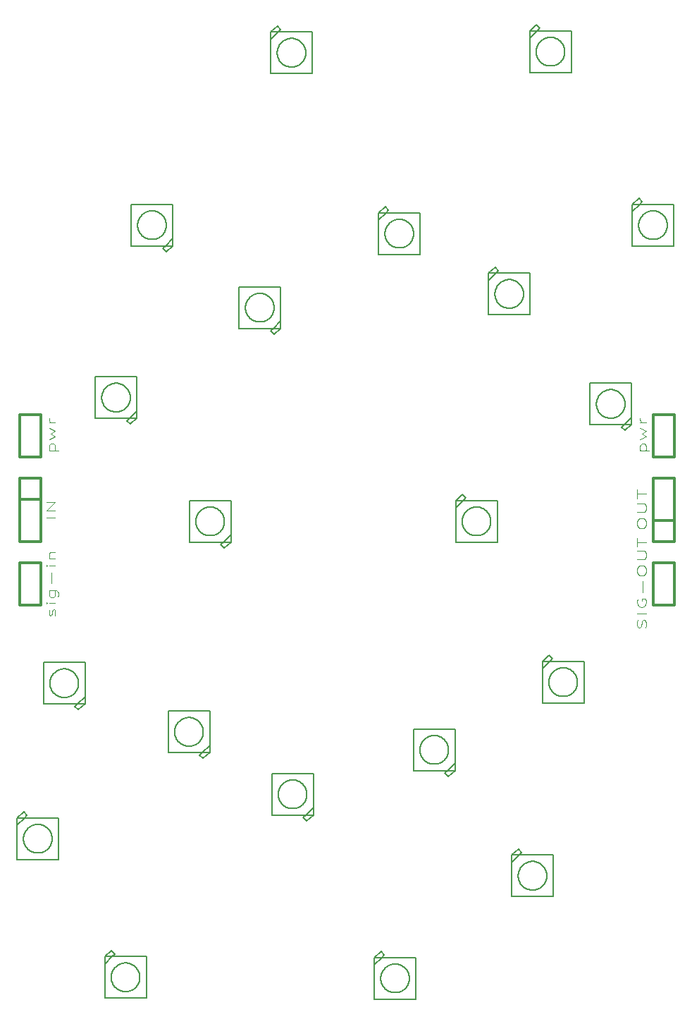
<source format=gto>
G04 ( created by brdgerber.py ( brdgerber.py v0.1 2014-03-12 ) ) date 2020-10-08 04:23:59 EDT*
G04 Gerber Fmt 3.4, Leading zero omitted, Abs format*
%MOIN*%
%FSLAX34Y34*%
G01*
G70*
G90*
G04 APERTURE LIST*
%ADD10R,0.0550X0.0550*%
%ADD15R,0.0590X0.0354*%
%ADD17R,0.0629X0.0709*%
%ADD13C,0.0120*%
%ADD12C,0.0000*%
%ADD16C,0.0050*%
%ADD14C,0.2440*%
%ADD18C,0.0060*%
%ADD11C,0.0550*%
%ADD19C,0.0200*%
G04 APERTURE END LIST*
G54D10*
D13*
G01X01050Y-14500D02*
G01X02050Y-14500D01*
D13*
G01X02050Y-14500D02*
G01X02050Y-16500D01*
D13*
G01X02050Y-16500D02*
G01X01050Y-16500D01*
D13*
G01X01050Y-16500D02*
G01X01050Y-14500D01*
D12*
G01X02438Y-16213D02*
G01X02866Y-16213D01*
D12*
G01X02458Y-16213D02*
G01X02438Y-16149D01*
G01X02438Y-16019D01*
G01X02458Y-15954D01*
G01X02479Y-15922D01*
G01X02519Y-15889D01*
G01X02642Y-15889D01*
G01X02682Y-15922D01*
G01X02703Y-15954D01*
G01X02723Y-16019D01*
G01X02723Y-16149D01*
G01X02703Y-16213D01*
D12*
G01X02438Y-15662D02*
G01X02723Y-15532D01*
G01X02519Y-15403D01*
G01X02723Y-15273D01*
G01X02438Y-15143D01*
D12*
G01X02723Y-14884D02*
G01X02438Y-14884D01*
D12*
G01X02519Y-14884D02*
G01X02479Y-14851D01*
G01X02458Y-14819D01*
G01X02438Y-14754D01*
G01X02438Y-14689D01*
D13*
G01X32000Y-16500D02*
G01X31000Y-16500D01*
D13*
G01X31000Y-16500D02*
G01X31000Y-14500D01*
D13*
G01X31000Y-14500D02*
G01X32000Y-14500D01*
D13*
G01X32000Y-14500D02*
G01X32000Y-16500D01*
D12*
G01X30388Y-16213D02*
G01X30816Y-16213D01*
D12*
G01X30408Y-16213D02*
G01X30388Y-16149D01*
G01X30388Y-16019D01*
G01X30408Y-15954D01*
G01X30429Y-15922D01*
G01X30469Y-15889D01*
G01X30592Y-15889D01*
G01X30632Y-15922D01*
G01X30653Y-15954D01*
G01X30673Y-16019D01*
G01X30673Y-16149D01*
G01X30653Y-16213D01*
D12*
G01X30388Y-15662D02*
G01X30673Y-15532D01*
G01X30469Y-15403D01*
G01X30673Y-15273D01*
G01X30388Y-15143D01*
D12*
G01X30673Y-14884D02*
G01X30388Y-14884D01*
D12*
G01X30469Y-14884D02*
G01X30429Y-14851D01*
G01X30408Y-14819D01*
G01X30388Y-14754D01*
G01X30388Y-14689D01*
D13*
G01X32000Y-23500D02*
G01X31000Y-23500D01*
D13*
G01X31000Y-23500D02*
G01X31000Y-21500D01*
D13*
G01X31000Y-21500D02*
G01X32000Y-21500D01*
D13*
G01X32000Y-21500D02*
G01X32000Y-23500D01*
D12*
G01X30653Y-24592D02*
G01X30673Y-24494D01*
G01X30673Y-24332D01*
G01X30653Y-24267D01*
G01X30632Y-24235D01*
G01X30592Y-24203D01*
G01X30551Y-24203D01*
G01X30510Y-24235D01*
G01X30490Y-24267D01*
G01X30469Y-24332D01*
G01X30449Y-24462D01*
G01X30429Y-24527D01*
G01X30408Y-24559D01*
G01X30368Y-24592D01*
G01X30327Y-24592D01*
G01X30286Y-24559D01*
G01X30266Y-24527D01*
G01X30245Y-24462D01*
G01X30245Y-24300D01*
G01X30266Y-24203D01*
D12*
G01X30673Y-23911D02*
G01X30245Y-23911D01*
D12*
G01X30266Y-23230D02*
G01X30245Y-23295D01*
G01X30245Y-23392D01*
G01X30266Y-23489D01*
G01X30306Y-23554D01*
G01X30347Y-23586D01*
G01X30429Y-23619D01*
G01X30490Y-23619D01*
G01X30571Y-23586D01*
G01X30612Y-23554D01*
G01X30653Y-23489D01*
G01X30673Y-23392D01*
G01X30673Y-23327D01*
G01X30653Y-23230D01*
G01X30632Y-23197D01*
G01X30490Y-23197D01*
G01X30490Y-23327D01*
D12*
G01X30510Y-22905D02*
G01X30510Y-22386D01*
D12*
G01X30245Y-21933D02*
G01X30245Y-21803D01*
G01X30266Y-21738D01*
G01X30306Y-21673D01*
G01X30388Y-21641D01*
G01X30531Y-21641D01*
G01X30612Y-21673D01*
G01X30653Y-21738D01*
G01X30673Y-21803D01*
G01X30673Y-21933D01*
G01X30653Y-21997D01*
G01X30612Y-22062D01*
G01X30531Y-22095D01*
G01X30388Y-22095D01*
G01X30306Y-22062D01*
G01X30266Y-21997D01*
G01X30245Y-21933D01*
D12*
G01X30245Y-21349D02*
G01X30592Y-21349D01*
G01X30632Y-21316D01*
G01X30653Y-21284D01*
G01X30673Y-21219D01*
G01X30673Y-21089D01*
G01X30653Y-21025D01*
G01X30632Y-20992D01*
G01X30592Y-20960D01*
G01X30245Y-20960D01*
D12*
G01X30245Y-20733D02*
G01X30245Y-20343D01*
D12*
G01X30673Y-20538D02*
G01X30245Y-20538D01*
D13*
G01X32000Y-20500D02*
G01X31000Y-20500D01*
D13*
G01X31000Y-20500D02*
G01X31000Y-17500D01*
D13*
G01X31000Y-17500D02*
G01X32000Y-17500D01*
D13*
G01X32000Y-17500D02*
G01X32000Y-20500D01*
D13*
G01X31000Y-19500D02*
G01X32000Y-19500D01*
D12*
G01X30248Y-19705D02*
G01X30248Y-19571D01*
G01X30268Y-19504D01*
G01X30308Y-19436D01*
G01X30389Y-19403D01*
G01X30530Y-19403D01*
G01X30611Y-19436D01*
G01X30651Y-19504D01*
G01X30672Y-19571D01*
G01X30672Y-19705D01*
G01X30651Y-19772D01*
G01X30611Y-19839D01*
G01X30530Y-19873D01*
G01X30389Y-19873D01*
G01X30308Y-19839D01*
G01X30268Y-19772D01*
G01X30248Y-19705D01*
D12*
G01X30248Y-19101D02*
G01X30591Y-19101D01*
G01X30631Y-19067D01*
G01X30651Y-19034D01*
G01X30672Y-18966D01*
G01X30672Y-18832D01*
G01X30651Y-18765D01*
G01X30631Y-18731D01*
G01X30591Y-18698D01*
G01X30248Y-18698D01*
D12*
G01X30248Y-18463D02*
G01X30248Y-18060D01*
D12*
G01X30672Y-18261D02*
G01X30248Y-18261D01*
D13*
G01X01050Y-21500D02*
G01X02050Y-21500D01*
D13*
G01X02050Y-21500D02*
G01X02050Y-23500D01*
D13*
G01X02050Y-23500D02*
G01X01050Y-23500D01*
D13*
G01X01050Y-23500D02*
G01X01050Y-21500D01*
D12*
G01X02703Y-24008D02*
G01X02723Y-23943D01*
G01X02723Y-23813D01*
G01X02703Y-23748D01*
G01X02662Y-23716D01*
G01X02642Y-23716D01*
G01X02601Y-23748D01*
G01X02581Y-23813D01*
G01X02581Y-23911D01*
G01X02560Y-23975D01*
G01X02519Y-24008D01*
G01X02499Y-24008D01*
G01X02458Y-23975D01*
G01X02438Y-23911D01*
G01X02438Y-23813D01*
G01X02458Y-23748D01*
D12*
G01X02723Y-23424D02*
G01X02438Y-23424D01*
D12*
G01X02295Y-23424D02*
G01X02316Y-23457D01*
G01X02336Y-23424D01*
G01X02316Y-23392D01*
G01X02295Y-23424D01*
G01X02336Y-23424D01*
D12*
G01X02438Y-22808D02*
G01X02784Y-22808D01*
G01X02825Y-22841D01*
G01X02846Y-22873D01*
G01X02866Y-22938D01*
G01X02866Y-23035D01*
G01X02846Y-23100D01*
D12*
G01X02703Y-22808D02*
G01X02723Y-22873D01*
G01X02723Y-23003D01*
G01X02703Y-23068D01*
G01X02682Y-23100D01*
G01X02642Y-23132D01*
G01X02519Y-23132D01*
G01X02479Y-23100D01*
G01X02458Y-23068D01*
G01X02438Y-23003D01*
G01X02438Y-22873D01*
G01X02458Y-22808D01*
D12*
G01X02560Y-22484D02*
G01X02560Y-21965D01*
D12*
G01X02723Y-21641D02*
G01X02438Y-21641D01*
D12*
G01X02295Y-21641D02*
G01X02316Y-21673D01*
G01X02336Y-21641D01*
G01X02316Y-21608D01*
G01X02295Y-21641D01*
G01X02336Y-21641D01*
D12*
G01X02438Y-21316D02*
G01X02723Y-21316D01*
D12*
G01X02479Y-21316D02*
G01X02458Y-21284D01*
G01X02438Y-21219D01*
G01X02438Y-21122D01*
G01X02458Y-21057D01*
G01X02499Y-21025D01*
G01X02723Y-21025D01*
D13*
G01X01050Y-17500D02*
G01X02050Y-17500D01*
D13*
G01X02050Y-17500D02*
G01X02050Y-20500D01*
D13*
G01X02050Y-20500D02*
G01X01050Y-20500D01*
D13*
G01X01050Y-20500D02*
G01X01050Y-17500D01*
D13*
G01X02050Y-18500D02*
G01X01050Y-18500D01*
D12*
G01X02722Y-19369D02*
G01X02298Y-19369D01*
D12*
G01X02722Y-19034D02*
G01X02298Y-19034D01*
G01X02722Y-18631D01*
G01X02298Y-18631D01*
D16*
G01X14884Y01616D02*
G01X12916Y01616D01*
D16*
G01X12916Y01616D02*
G01X12916Y03229D01*
D16*
G01X12916Y03229D02*
G01X12916Y03584D01*
D16*
G01X12916Y03584D02*
G01X13271Y03584D01*
D16*
G01X13271Y03584D02*
G01X14884Y03584D01*
D16*
G01X14884Y03584D02*
G01X14884Y01616D01*
D16*
G01X12916Y03229D02*
G01X13271Y03584D01*
D16*
G01X13271Y03584D02*
G01X13389Y03702D01*
D16*
G01X13389Y03702D02*
G01X13231Y03859D01*
D16*
G01X13231Y03859D02*
G01X12916Y03584D01*
D16*
G01X14577Y02600D02*
G01X14577Y02600D01*
G01X14577Y02617D01*
G01X14576Y02633D01*
G01X14575Y02650D01*
G01X14574Y02666D01*
G01X14572Y02683D01*
G01X14570Y02699D01*
G01X14567Y02716D01*
G01X14564Y02732D01*
G01X14561Y02748D01*
G01X14557Y02764D01*
G01X14552Y02781D01*
G01X14548Y02797D01*
G01X14543Y02812D01*
G01X14537Y02828D01*
G01X14532Y02844D01*
G01X14525Y02859D01*
G01X14519Y02874D01*
G01X14512Y02889D01*
G01X14505Y02904D01*
G01X14497Y02919D01*
G01X14489Y02934D01*
G01X14481Y02948D01*
G01X14472Y02962D01*
G01X14463Y02976D01*
G01X14454Y02990D01*
G01X14444Y03003D01*
G01X14434Y03017D01*
G01X14423Y03029D01*
G01X14413Y03042D01*
G01X14402Y03055D01*
G01X14390Y03067D01*
G01X14379Y03079D01*
G01X14367Y03090D01*
G01X14355Y03102D01*
G01X14342Y03113D01*
G01X14329Y03123D01*
G01X14317Y03134D01*
G01X14303Y03144D01*
G01X14290Y03154D01*
G01X14276Y03163D01*
G01X14262Y03172D01*
G01X14248Y03181D01*
G01X14234Y03189D01*
G01X14219Y03197D01*
G01X14204Y03205D01*
G01X14189Y03212D01*
G01X14174Y03219D01*
G01X14159Y03225D01*
G01X14144Y03232D01*
G01X14128Y03237D01*
G01X14112Y03243D01*
G01X14097Y03248D01*
G01X14081Y03252D01*
G01X14064Y03257D01*
G01X14048Y03261D01*
G01X14032Y03264D01*
G01X14016Y03267D01*
G01X13999Y03270D01*
G01X13983Y03272D01*
G01X13966Y03274D01*
G01X13950Y03275D01*
G01X13933Y03276D01*
G01X13917Y03277D01*
G01X13900Y03277D01*
G01X13883Y03277D01*
G01X13867Y03276D01*
G01X13850Y03275D01*
G01X13834Y03274D01*
G01X13817Y03272D01*
G01X13801Y03270D01*
G01X13784Y03267D01*
G01X13768Y03264D01*
G01X13752Y03261D01*
G01X13736Y03257D01*
G01X13719Y03252D01*
G01X13703Y03248D01*
G01X13688Y03243D01*
G01X13672Y03237D01*
G01X13656Y03232D01*
G01X13641Y03225D01*
G01X13626Y03219D01*
G01X13611Y03212D01*
G01X13596Y03205D01*
G01X13581Y03197D01*
G01X13566Y03189D01*
G01X13552Y03181D01*
G01X13538Y03172D01*
G01X13524Y03163D01*
G01X13510Y03154D01*
G01X13497Y03144D01*
G01X13483Y03134D01*
G01X13471Y03123D01*
G01X13458Y03113D01*
G01X13445Y03102D01*
G01X13433Y03090D01*
G01X13421Y03079D01*
G01X13410Y03067D01*
G01X13398Y03055D01*
G01X13387Y03042D01*
G01X13377Y03029D01*
G01X13366Y03017D01*
G01X13356Y03003D01*
G01X13346Y02990D01*
G01X13337Y02976D01*
G01X13328Y02962D01*
G01X13319Y02948D01*
G01X13311Y02934D01*
G01X13303Y02919D01*
G01X13295Y02904D01*
G01X13288Y02889D01*
G01X13281Y02874D01*
G01X13275Y02859D01*
G01X13268Y02844D01*
G01X13263Y02828D01*
G01X13257Y02812D01*
G01X13252Y02797D01*
G01X13248Y02781D01*
G01X13243Y02764D01*
G01X13239Y02748D01*
G01X13236Y02732D01*
G01X13233Y02716D01*
G01X13230Y02699D01*
G01X13228Y02683D01*
G01X13226Y02666D01*
G01X13225Y02650D01*
G01X13224Y02633D01*
G01X13223Y02617D01*
G01X13223Y02600D01*
G01X13223Y02583D01*
G01X13224Y02567D01*
G01X13225Y02550D01*
G01X13226Y02534D01*
G01X13228Y02517D01*
G01X13230Y02501D01*
G01X13233Y02484D01*
G01X13236Y02468D01*
G01X13239Y02452D01*
G01X13243Y02436D01*
G01X13248Y02419D01*
G01X13252Y02403D01*
G01X13257Y02388D01*
G01X13263Y02372D01*
G01X13268Y02356D01*
G01X13275Y02341D01*
G01X13281Y02326D01*
G01X13288Y02311D01*
G01X13295Y02296D01*
G01X13303Y02281D01*
G01X13311Y02266D01*
G01X13319Y02252D01*
G01X13328Y02238D01*
G01X13337Y02224D01*
G01X13346Y02210D01*
G01X13356Y02197D01*
G01X13366Y02183D01*
G01X13377Y02171D01*
G01X13387Y02158D01*
G01X13398Y02145D01*
G01X13410Y02133D01*
G01X13421Y02121D01*
G01X13433Y02110D01*
G01X13445Y02098D01*
G01X13458Y02087D01*
G01X13471Y02077D01*
G01X13483Y02066D01*
G01X13497Y02056D01*
G01X13510Y02046D01*
G01X13524Y02037D01*
G01X13538Y02028D01*
G01X13552Y02019D01*
G01X13566Y02011D01*
G01X13581Y02003D01*
G01X13596Y01995D01*
G01X13611Y01988D01*
G01X13626Y01981D01*
G01X13641Y01975D01*
G01X13656Y01968D01*
G01X13672Y01963D01*
G01X13688Y01957D01*
G01X13703Y01952D01*
G01X13719Y01948D01*
G01X13736Y01943D01*
G01X13752Y01939D01*
G01X13768Y01936D01*
G01X13784Y01933D01*
G01X13801Y01930D01*
G01X13817Y01928D01*
G01X13834Y01926D01*
G01X13850Y01925D01*
G01X13867Y01924D01*
G01X13883Y01923D01*
G01X13900Y01923D01*
G01X13917Y01923D01*
G01X13933Y01924D01*
G01X13950Y01925D01*
G01X13966Y01926D01*
G01X13983Y01928D01*
G01X13999Y01930D01*
G01X14016Y01933D01*
G01X14032Y01936D01*
G01X14048Y01939D01*
G01X14064Y01943D01*
G01X14081Y01948D01*
G01X14097Y01952D01*
G01X14112Y01957D01*
G01X14128Y01963D01*
G01X14144Y01968D01*
G01X14159Y01975D01*
G01X14174Y01981D01*
G01X14189Y01988D01*
G01X14204Y01995D01*
G01X14219Y02003D01*
G01X14234Y02011D01*
G01X14248Y02019D01*
G01X14262Y02028D01*
G01X14276Y02037D01*
G01X14290Y02046D01*
G01X14303Y02056D01*
G01X14317Y02066D01*
G01X14329Y02077D01*
G01X14342Y02087D01*
G01X14355Y02098D01*
G01X14367Y02110D01*
G01X14379Y02121D01*
G01X14390Y02133D01*
G01X14402Y02145D01*
G01X14413Y02158D01*
G01X14423Y02171D01*
G01X14434Y02183D01*
G01X14444Y02197D01*
G01X14454Y02210D01*
G01X14463Y02224D01*
G01X14472Y02238D01*
G01X14481Y02252D01*
G01X14489Y02266D01*
G01X14497Y02281D01*
G01X14505Y02296D01*
G01X14512Y02311D01*
G01X14519Y02326D01*
G01X14525Y02341D01*
G01X14532Y02356D01*
G01X14537Y02372D01*
G01X14543Y02388D01*
G01X14548Y02403D01*
G01X14552Y02419D01*
G01X14557Y02436D01*
G01X14561Y02452D01*
G01X14564Y02468D01*
G01X14567Y02484D01*
G01X14570Y02501D01*
G01X14572Y02517D01*
G01X14574Y02534D01*
G01X14575Y02550D01*
G01X14576Y02567D01*
G01X14577Y02583D01*
G01X14577Y02600D01*
D16*
G01X19784Y-42134D02*
G01X17816Y-42134D01*
D16*
G01X17816Y-42134D02*
G01X17816Y-40521D01*
D16*
G01X17816Y-40521D02*
G01X17816Y-40166D01*
D16*
G01X17816Y-40166D02*
G01X18171Y-40166D01*
D16*
G01X18171Y-40166D02*
G01X19784Y-40166D01*
D16*
G01X19784Y-40166D02*
G01X19784Y-42134D01*
D16*
G01X17816Y-40521D02*
G01X18171Y-40166D01*
D16*
G01X18171Y-40166D02*
G01X18289Y-40048D01*
D16*
G01X18289Y-40048D02*
G01X18131Y-39891D01*
D16*
G01X18131Y-39891D02*
G01X17816Y-40166D01*
D16*
G01X19477Y-41150D02*
G01X19477Y-41150D01*
G01X19477Y-41133D01*
G01X19476Y-41117D01*
G01X19475Y-41100D01*
G01X19474Y-41084D01*
G01X19472Y-41067D01*
G01X19470Y-41051D01*
G01X19467Y-41034D01*
G01X19464Y-41018D01*
G01X19461Y-41002D01*
G01X19457Y-40986D01*
G01X19452Y-40969D01*
G01X19448Y-40953D01*
G01X19443Y-40938D01*
G01X19437Y-40922D01*
G01X19432Y-40906D01*
G01X19425Y-40891D01*
G01X19419Y-40876D01*
G01X19412Y-40861D01*
G01X19405Y-40846D01*
G01X19397Y-40831D01*
G01X19389Y-40816D01*
G01X19381Y-40802D01*
G01X19372Y-40788D01*
G01X19363Y-40774D01*
G01X19354Y-40760D01*
G01X19344Y-40747D01*
G01X19334Y-40733D01*
G01X19323Y-40721D01*
G01X19313Y-40708D01*
G01X19302Y-40695D01*
G01X19290Y-40683D01*
G01X19279Y-40671D01*
G01X19267Y-40660D01*
G01X19255Y-40648D01*
G01X19242Y-40637D01*
G01X19229Y-40627D01*
G01X19217Y-40616D01*
G01X19203Y-40606D01*
G01X19190Y-40596D01*
G01X19176Y-40587D01*
G01X19162Y-40578D01*
G01X19148Y-40569D01*
G01X19134Y-40561D01*
G01X19119Y-40553D01*
G01X19104Y-40545D01*
G01X19089Y-40538D01*
G01X19074Y-40531D01*
G01X19059Y-40525D01*
G01X19044Y-40518D01*
G01X19028Y-40513D01*
G01X19012Y-40507D01*
G01X18997Y-40502D01*
G01X18981Y-40498D01*
G01X18964Y-40493D01*
G01X18948Y-40489D01*
G01X18932Y-40486D01*
G01X18916Y-40483D01*
G01X18899Y-40480D01*
G01X18883Y-40478D01*
G01X18866Y-40476D01*
G01X18850Y-40475D01*
G01X18833Y-40474D01*
G01X18817Y-40473D01*
G01X18800Y-40473D01*
G01X18783Y-40473D01*
G01X18767Y-40474D01*
G01X18750Y-40475D01*
G01X18734Y-40476D01*
G01X18717Y-40478D01*
G01X18701Y-40480D01*
G01X18684Y-40483D01*
G01X18668Y-40486D01*
G01X18652Y-40489D01*
G01X18636Y-40493D01*
G01X18619Y-40498D01*
G01X18603Y-40502D01*
G01X18588Y-40507D01*
G01X18572Y-40513D01*
G01X18556Y-40518D01*
G01X18541Y-40525D01*
G01X18526Y-40531D01*
G01X18511Y-40538D01*
G01X18496Y-40545D01*
G01X18481Y-40553D01*
G01X18466Y-40561D01*
G01X18452Y-40569D01*
G01X18438Y-40578D01*
G01X18424Y-40587D01*
G01X18410Y-40596D01*
G01X18397Y-40606D01*
G01X18383Y-40616D01*
G01X18371Y-40627D01*
G01X18358Y-40637D01*
G01X18345Y-40648D01*
G01X18333Y-40660D01*
G01X18321Y-40671D01*
G01X18310Y-40683D01*
G01X18298Y-40695D01*
G01X18287Y-40708D01*
G01X18277Y-40721D01*
G01X18266Y-40733D01*
G01X18256Y-40747D01*
G01X18246Y-40760D01*
G01X18237Y-40774D01*
G01X18228Y-40788D01*
G01X18219Y-40802D01*
G01X18211Y-40816D01*
G01X18203Y-40831D01*
G01X18195Y-40846D01*
G01X18188Y-40861D01*
G01X18181Y-40876D01*
G01X18175Y-40891D01*
G01X18168Y-40906D01*
G01X18163Y-40922D01*
G01X18157Y-40938D01*
G01X18152Y-40953D01*
G01X18148Y-40969D01*
G01X18143Y-40986D01*
G01X18139Y-41002D01*
G01X18136Y-41018D01*
G01X18133Y-41034D01*
G01X18130Y-41051D01*
G01X18128Y-41067D01*
G01X18126Y-41084D01*
G01X18125Y-41100D01*
G01X18124Y-41117D01*
G01X18123Y-41133D01*
G01X18123Y-41150D01*
G01X18123Y-41167D01*
G01X18124Y-41183D01*
G01X18125Y-41200D01*
G01X18126Y-41216D01*
G01X18128Y-41233D01*
G01X18130Y-41249D01*
G01X18133Y-41266D01*
G01X18136Y-41282D01*
G01X18139Y-41298D01*
G01X18143Y-41314D01*
G01X18148Y-41331D01*
G01X18152Y-41347D01*
G01X18157Y-41362D01*
G01X18163Y-41378D01*
G01X18168Y-41394D01*
G01X18175Y-41409D01*
G01X18181Y-41424D01*
G01X18188Y-41439D01*
G01X18195Y-41454D01*
G01X18203Y-41469D01*
G01X18211Y-41484D01*
G01X18219Y-41498D01*
G01X18228Y-41512D01*
G01X18237Y-41526D01*
G01X18246Y-41540D01*
G01X18256Y-41553D01*
G01X18266Y-41567D01*
G01X18277Y-41579D01*
G01X18287Y-41592D01*
G01X18298Y-41605D01*
G01X18310Y-41617D01*
G01X18321Y-41629D01*
G01X18333Y-41640D01*
G01X18345Y-41652D01*
G01X18358Y-41663D01*
G01X18371Y-41673D01*
G01X18383Y-41684D01*
G01X18397Y-41694D01*
G01X18410Y-41704D01*
G01X18424Y-41713D01*
G01X18438Y-41722D01*
G01X18452Y-41731D01*
G01X18466Y-41739D01*
G01X18481Y-41747D01*
G01X18496Y-41755D01*
G01X18511Y-41762D01*
G01X18526Y-41769D01*
G01X18541Y-41775D01*
G01X18556Y-41782D01*
G01X18572Y-41787D01*
G01X18588Y-41793D01*
G01X18603Y-41798D01*
G01X18619Y-41802D01*
G01X18636Y-41807D01*
G01X18652Y-41811D01*
G01X18668Y-41814D01*
G01X18684Y-41817D01*
G01X18701Y-41820D01*
G01X18717Y-41822D01*
G01X18734Y-41824D01*
G01X18750Y-41825D01*
G01X18767Y-41826D01*
G01X18783Y-41827D01*
G01X18800Y-41827D01*
G01X18817Y-41827D01*
G01X18833Y-41826D01*
G01X18850Y-41825D01*
G01X18866Y-41824D01*
G01X18883Y-41822D01*
G01X18899Y-41820D01*
G01X18916Y-41817D01*
G01X18932Y-41814D01*
G01X18948Y-41811D01*
G01X18964Y-41807D01*
G01X18981Y-41802D01*
G01X18997Y-41798D01*
G01X19012Y-41793D01*
G01X19028Y-41787D01*
G01X19044Y-41782D01*
G01X19059Y-41775D01*
G01X19074Y-41769D01*
G01X19089Y-41762D01*
G01X19104Y-41755D01*
G01X19119Y-41747D01*
G01X19134Y-41739D01*
G01X19148Y-41731D01*
G01X19162Y-41722D01*
G01X19176Y-41713D01*
G01X19190Y-41704D01*
G01X19203Y-41694D01*
G01X19217Y-41684D01*
G01X19229Y-41673D01*
G01X19242Y-41663D01*
G01X19255Y-41652D01*
G01X19267Y-41640D01*
G01X19279Y-41629D01*
G01X19290Y-41617D01*
G01X19302Y-41605D01*
G01X19313Y-41592D01*
G01X19323Y-41579D01*
G01X19334Y-41567D01*
G01X19344Y-41553D01*
G01X19354Y-41540D01*
G01X19363Y-41526D01*
G01X19372Y-41512D01*
G01X19381Y-41498D01*
G01X19389Y-41484D01*
G01X19397Y-41469D01*
G01X19405Y-41454D01*
G01X19412Y-41439D01*
G01X19419Y-41424D01*
G01X19425Y-41409D01*
G01X19432Y-41394D01*
G01X19437Y-41378D01*
G01X19443Y-41362D01*
G01X19448Y-41347D01*
G01X19452Y-41331D01*
G01X19457Y-41314D01*
G01X19461Y-41298D01*
G01X19464Y-41282D01*
G01X19467Y-41266D01*
G01X19470Y-41249D01*
G01X19472Y-41233D01*
G01X19474Y-41216D01*
G01X19475Y-41200D01*
G01X19476Y-41183D01*
G01X19477Y-41167D01*
G01X19477Y-41150D01*
D16*
G01X27134Y01666D02*
G01X25166Y01666D01*
D16*
G01X25166Y01666D02*
G01X25166Y03279D01*
D16*
G01X25166Y03279D02*
G01X25166Y03634D01*
D16*
G01X25166Y03634D02*
G01X25521Y03634D01*
D16*
G01X25521Y03634D02*
G01X27134Y03634D01*
D16*
G01X27134Y03634D02*
G01X27134Y01666D01*
D16*
G01X25166Y03279D02*
G01X25521Y03634D01*
D16*
G01X25521Y03634D02*
G01X25639Y03752D01*
D16*
G01X25639Y03752D02*
G01X25481Y03909D01*
D16*
G01X25481Y03909D02*
G01X25166Y03634D01*
D16*
G01X26827Y02650D02*
G01X26827Y02650D01*
G01X26827Y02667D01*
G01X26826Y02683D01*
G01X26825Y02700D01*
G01X26824Y02716D01*
G01X26822Y02733D01*
G01X26820Y02749D01*
G01X26817Y02766D01*
G01X26814Y02782D01*
G01X26811Y02798D01*
G01X26807Y02814D01*
G01X26802Y02831D01*
G01X26798Y02847D01*
G01X26793Y02862D01*
G01X26787Y02878D01*
G01X26782Y02894D01*
G01X26775Y02909D01*
G01X26769Y02924D01*
G01X26762Y02939D01*
G01X26755Y02954D01*
G01X26747Y02969D01*
G01X26739Y02984D01*
G01X26731Y02998D01*
G01X26722Y03012D01*
G01X26713Y03026D01*
G01X26704Y03040D01*
G01X26694Y03053D01*
G01X26684Y03067D01*
G01X26673Y03079D01*
G01X26663Y03092D01*
G01X26652Y03105D01*
G01X26640Y03117D01*
G01X26629Y03129D01*
G01X26617Y03140D01*
G01X26605Y03152D01*
G01X26592Y03163D01*
G01X26579Y03173D01*
G01X26567Y03184D01*
G01X26553Y03194D01*
G01X26540Y03204D01*
G01X26526Y03213D01*
G01X26512Y03222D01*
G01X26498Y03231D01*
G01X26484Y03239D01*
G01X26469Y03247D01*
G01X26454Y03255D01*
G01X26439Y03262D01*
G01X26424Y03269D01*
G01X26409Y03275D01*
G01X26394Y03282D01*
G01X26378Y03287D01*
G01X26362Y03293D01*
G01X26347Y03298D01*
G01X26331Y03302D01*
G01X26314Y03307D01*
G01X26298Y03311D01*
G01X26282Y03314D01*
G01X26266Y03317D01*
G01X26249Y03320D01*
G01X26233Y03322D01*
G01X26216Y03324D01*
G01X26200Y03325D01*
G01X26183Y03326D01*
G01X26167Y03327D01*
G01X26150Y03327D01*
G01X26133Y03327D01*
G01X26117Y03326D01*
G01X26100Y03325D01*
G01X26084Y03324D01*
G01X26067Y03322D01*
G01X26051Y03320D01*
G01X26034Y03317D01*
G01X26018Y03314D01*
G01X26002Y03311D01*
G01X25986Y03307D01*
G01X25969Y03302D01*
G01X25953Y03298D01*
G01X25938Y03293D01*
G01X25922Y03287D01*
G01X25906Y03282D01*
G01X25891Y03275D01*
G01X25876Y03269D01*
G01X25861Y03262D01*
G01X25846Y03255D01*
G01X25831Y03247D01*
G01X25816Y03239D01*
G01X25802Y03231D01*
G01X25788Y03222D01*
G01X25774Y03213D01*
G01X25760Y03204D01*
G01X25747Y03194D01*
G01X25733Y03184D01*
G01X25721Y03173D01*
G01X25708Y03163D01*
G01X25695Y03152D01*
G01X25683Y03140D01*
G01X25671Y03129D01*
G01X25660Y03117D01*
G01X25648Y03105D01*
G01X25637Y03092D01*
G01X25627Y03079D01*
G01X25616Y03067D01*
G01X25606Y03053D01*
G01X25596Y03040D01*
G01X25587Y03026D01*
G01X25578Y03012D01*
G01X25569Y02998D01*
G01X25561Y02984D01*
G01X25553Y02969D01*
G01X25545Y02954D01*
G01X25538Y02939D01*
G01X25531Y02924D01*
G01X25525Y02909D01*
G01X25518Y02894D01*
G01X25513Y02878D01*
G01X25507Y02862D01*
G01X25502Y02847D01*
G01X25498Y02831D01*
G01X25493Y02814D01*
G01X25489Y02798D01*
G01X25486Y02782D01*
G01X25483Y02766D01*
G01X25480Y02749D01*
G01X25478Y02733D01*
G01X25476Y02716D01*
G01X25475Y02700D01*
G01X25474Y02683D01*
G01X25473Y02667D01*
G01X25473Y02650D01*
G01X25473Y02633D01*
G01X25474Y02617D01*
G01X25475Y02600D01*
G01X25476Y02584D01*
G01X25478Y02567D01*
G01X25480Y02551D01*
G01X25483Y02534D01*
G01X25486Y02518D01*
G01X25489Y02502D01*
G01X25493Y02486D01*
G01X25498Y02469D01*
G01X25502Y02453D01*
G01X25507Y02438D01*
G01X25513Y02422D01*
G01X25518Y02406D01*
G01X25525Y02391D01*
G01X25531Y02376D01*
G01X25538Y02361D01*
G01X25545Y02346D01*
G01X25553Y02331D01*
G01X25561Y02316D01*
G01X25569Y02302D01*
G01X25578Y02288D01*
G01X25587Y02274D01*
G01X25596Y02260D01*
G01X25606Y02247D01*
G01X25616Y02233D01*
G01X25627Y02221D01*
G01X25637Y02208D01*
G01X25648Y02195D01*
G01X25660Y02183D01*
G01X25671Y02171D01*
G01X25683Y02160D01*
G01X25695Y02148D01*
G01X25708Y02137D01*
G01X25721Y02127D01*
G01X25733Y02116D01*
G01X25747Y02106D01*
G01X25760Y02096D01*
G01X25774Y02087D01*
G01X25788Y02078D01*
G01X25802Y02069D01*
G01X25816Y02061D01*
G01X25831Y02053D01*
G01X25846Y02045D01*
G01X25861Y02038D01*
G01X25876Y02031D01*
G01X25891Y02025D01*
G01X25906Y02018D01*
G01X25922Y02013D01*
G01X25938Y02007D01*
G01X25953Y02002D01*
G01X25969Y01998D01*
G01X25986Y01993D01*
G01X26002Y01989D01*
G01X26018Y01986D01*
G01X26034Y01983D01*
G01X26051Y01980D01*
G01X26067Y01978D01*
G01X26084Y01976D01*
G01X26100Y01975D01*
G01X26117Y01974D01*
G01X26133Y01973D01*
G01X26150Y01973D01*
G01X26167Y01973D01*
G01X26183Y01974D01*
G01X26200Y01975D01*
G01X26216Y01976D01*
G01X26233Y01978D01*
G01X26249Y01980D01*
G01X26266Y01983D01*
G01X26282Y01986D01*
G01X26298Y01989D01*
G01X26314Y01993D01*
G01X26331Y01998D01*
G01X26347Y02002D01*
G01X26362Y02007D01*
G01X26378Y02013D01*
G01X26394Y02018D01*
G01X26409Y02025D01*
G01X26424Y02031D01*
G01X26439Y02038D01*
G01X26454Y02045D01*
G01X26469Y02053D01*
G01X26484Y02061D01*
G01X26498Y02069D01*
G01X26512Y02078D01*
G01X26526Y02087D01*
G01X26540Y02096D01*
G01X26553Y02106D01*
G01X26567Y02116D01*
G01X26579Y02127D01*
G01X26592Y02137D01*
G01X26605Y02148D01*
G01X26617Y02160D01*
G01X26629Y02171D01*
G01X26640Y02183D01*
G01X26652Y02195D01*
G01X26663Y02208D01*
G01X26673Y02221D01*
G01X26684Y02233D01*
G01X26694Y02247D01*
G01X26704Y02260D01*
G01X26713Y02274D01*
G01X26722Y02288D01*
G01X26731Y02302D01*
G01X26739Y02316D01*
G01X26747Y02331D01*
G01X26755Y02346D01*
G01X26762Y02361D01*
G01X26769Y02376D01*
G01X26775Y02391D01*
G01X26782Y02406D01*
G01X26787Y02422D01*
G01X26793Y02438D01*
G01X26798Y02453D01*
G01X26802Y02469D01*
G01X26807Y02486D01*
G01X26811Y02502D01*
G01X26814Y02518D01*
G01X26817Y02534D01*
G01X26820Y02551D01*
G01X26822Y02567D01*
G01X26824Y02584D01*
G01X26825Y02600D01*
G01X26826Y02617D01*
G01X26827Y02633D01*
G01X26827Y02650D01*
D16*
G01X26284Y-37284D02*
G01X24316Y-37284D01*
D16*
G01X24316Y-37284D02*
G01X24316Y-35671D01*
D16*
G01X24316Y-35671D02*
G01X24316Y-35316D01*
D16*
G01X24316Y-35316D02*
G01X24671Y-35316D01*
D16*
G01X24671Y-35316D02*
G01X26284Y-35316D01*
D16*
G01X26284Y-35316D02*
G01X26284Y-37284D01*
D16*
G01X24316Y-35671D02*
G01X24671Y-35316D01*
D16*
G01X24671Y-35316D02*
G01X24789Y-35198D01*
D16*
G01X24789Y-35198D02*
G01X24631Y-35041D01*
D16*
G01X24631Y-35041D02*
G01X24316Y-35316D01*
D16*
G01X25977Y-36300D02*
G01X25977Y-36300D01*
G01X25977Y-36283D01*
G01X25976Y-36267D01*
G01X25975Y-36250D01*
G01X25974Y-36234D01*
G01X25972Y-36217D01*
G01X25970Y-36201D01*
G01X25967Y-36184D01*
G01X25964Y-36168D01*
G01X25961Y-36152D01*
G01X25957Y-36136D01*
G01X25952Y-36119D01*
G01X25948Y-36103D01*
G01X25943Y-36088D01*
G01X25937Y-36072D01*
G01X25932Y-36056D01*
G01X25925Y-36041D01*
G01X25919Y-36026D01*
G01X25912Y-36011D01*
G01X25905Y-35996D01*
G01X25897Y-35981D01*
G01X25889Y-35966D01*
G01X25881Y-35952D01*
G01X25872Y-35938D01*
G01X25863Y-35924D01*
G01X25854Y-35910D01*
G01X25844Y-35897D01*
G01X25834Y-35883D01*
G01X25823Y-35871D01*
G01X25813Y-35858D01*
G01X25802Y-35845D01*
G01X25790Y-35833D01*
G01X25779Y-35821D01*
G01X25767Y-35810D01*
G01X25755Y-35798D01*
G01X25742Y-35787D01*
G01X25729Y-35777D01*
G01X25717Y-35766D01*
G01X25703Y-35756D01*
G01X25690Y-35746D01*
G01X25676Y-35737D01*
G01X25662Y-35728D01*
G01X25648Y-35719D01*
G01X25634Y-35711D01*
G01X25619Y-35703D01*
G01X25604Y-35695D01*
G01X25589Y-35688D01*
G01X25574Y-35681D01*
G01X25559Y-35675D01*
G01X25544Y-35668D01*
G01X25528Y-35663D01*
G01X25512Y-35657D01*
G01X25497Y-35652D01*
G01X25481Y-35648D01*
G01X25464Y-35643D01*
G01X25448Y-35639D01*
G01X25432Y-35636D01*
G01X25416Y-35633D01*
G01X25399Y-35630D01*
G01X25383Y-35628D01*
G01X25366Y-35626D01*
G01X25350Y-35625D01*
G01X25333Y-35624D01*
G01X25317Y-35623D01*
G01X25300Y-35623D01*
G01X25283Y-35623D01*
G01X25267Y-35624D01*
G01X25250Y-35625D01*
G01X25234Y-35626D01*
G01X25217Y-35628D01*
G01X25201Y-35630D01*
G01X25184Y-35633D01*
G01X25168Y-35636D01*
G01X25152Y-35639D01*
G01X25136Y-35643D01*
G01X25119Y-35648D01*
G01X25103Y-35652D01*
G01X25088Y-35657D01*
G01X25072Y-35663D01*
G01X25056Y-35668D01*
G01X25041Y-35675D01*
G01X25026Y-35681D01*
G01X25011Y-35688D01*
G01X24996Y-35695D01*
G01X24981Y-35703D01*
G01X24966Y-35711D01*
G01X24952Y-35719D01*
G01X24938Y-35728D01*
G01X24924Y-35737D01*
G01X24910Y-35746D01*
G01X24897Y-35756D01*
G01X24883Y-35766D01*
G01X24871Y-35777D01*
G01X24858Y-35787D01*
G01X24845Y-35798D01*
G01X24833Y-35810D01*
G01X24821Y-35821D01*
G01X24810Y-35833D01*
G01X24798Y-35845D01*
G01X24787Y-35858D01*
G01X24777Y-35871D01*
G01X24766Y-35883D01*
G01X24756Y-35897D01*
G01X24746Y-35910D01*
G01X24737Y-35924D01*
G01X24728Y-35938D01*
G01X24719Y-35952D01*
G01X24711Y-35966D01*
G01X24703Y-35981D01*
G01X24695Y-35996D01*
G01X24688Y-36011D01*
G01X24681Y-36026D01*
G01X24675Y-36041D01*
G01X24668Y-36056D01*
G01X24663Y-36072D01*
G01X24657Y-36088D01*
G01X24652Y-36103D01*
G01X24648Y-36119D01*
G01X24643Y-36136D01*
G01X24639Y-36152D01*
G01X24636Y-36168D01*
G01X24633Y-36184D01*
G01X24630Y-36201D01*
G01X24628Y-36217D01*
G01X24626Y-36234D01*
G01X24625Y-36250D01*
G01X24624Y-36267D01*
G01X24623Y-36283D01*
G01X24623Y-36300D01*
G01X24623Y-36317D01*
G01X24624Y-36333D01*
G01X24625Y-36350D01*
G01X24626Y-36366D01*
G01X24628Y-36383D01*
G01X24630Y-36399D01*
G01X24633Y-36416D01*
G01X24636Y-36432D01*
G01X24639Y-36448D01*
G01X24643Y-36464D01*
G01X24648Y-36481D01*
G01X24652Y-36497D01*
G01X24657Y-36512D01*
G01X24663Y-36528D01*
G01X24668Y-36544D01*
G01X24675Y-36559D01*
G01X24681Y-36574D01*
G01X24688Y-36589D01*
G01X24695Y-36604D01*
G01X24703Y-36619D01*
G01X24711Y-36634D01*
G01X24719Y-36648D01*
G01X24728Y-36662D01*
G01X24737Y-36676D01*
G01X24746Y-36690D01*
G01X24756Y-36703D01*
G01X24766Y-36717D01*
G01X24777Y-36729D01*
G01X24787Y-36742D01*
G01X24798Y-36755D01*
G01X24810Y-36767D01*
G01X24821Y-36779D01*
G01X24833Y-36790D01*
G01X24845Y-36802D01*
G01X24858Y-36813D01*
G01X24871Y-36823D01*
G01X24883Y-36834D01*
G01X24897Y-36844D01*
G01X24910Y-36854D01*
G01X24924Y-36863D01*
G01X24938Y-36872D01*
G01X24952Y-36881D01*
G01X24966Y-36889D01*
G01X24981Y-36897D01*
G01X24996Y-36905D01*
G01X25011Y-36912D01*
G01X25026Y-36919D01*
G01X25041Y-36925D01*
G01X25056Y-36932D01*
G01X25072Y-36937D01*
G01X25088Y-36943D01*
G01X25103Y-36948D01*
G01X25119Y-36952D01*
G01X25136Y-36957D01*
G01X25152Y-36961D01*
G01X25168Y-36964D01*
G01X25184Y-36967D01*
G01X25201Y-36970D01*
G01X25217Y-36972D01*
G01X25234Y-36974D01*
G01X25250Y-36975D01*
G01X25267Y-36976D01*
G01X25283Y-36977D01*
G01X25300Y-36977D01*
G01X25317Y-36977D01*
G01X25333Y-36976D01*
G01X25350Y-36975D01*
G01X25366Y-36974D01*
G01X25383Y-36972D01*
G01X25399Y-36970D01*
G01X25416Y-36967D01*
G01X25432Y-36964D01*
G01X25448Y-36961D01*
G01X25464Y-36957D01*
G01X25481Y-36952D01*
G01X25497Y-36948D01*
G01X25512Y-36943D01*
G01X25528Y-36937D01*
G01X25544Y-36932D01*
G01X25559Y-36925D01*
G01X25574Y-36919D01*
G01X25589Y-36912D01*
G01X25604Y-36905D01*
G01X25619Y-36897D01*
G01X25634Y-36889D01*
G01X25648Y-36881D01*
G01X25662Y-36872D01*
G01X25676Y-36863D01*
G01X25690Y-36854D01*
G01X25703Y-36844D01*
G01X25717Y-36834D01*
G01X25729Y-36823D01*
G01X25742Y-36813D01*
G01X25755Y-36802D01*
G01X25767Y-36790D01*
G01X25779Y-36779D01*
G01X25790Y-36767D01*
G01X25802Y-36755D01*
G01X25813Y-36742D01*
G01X25823Y-36729D01*
G01X25834Y-36717D01*
G01X25844Y-36703D01*
G01X25854Y-36690D01*
G01X25863Y-36676D01*
G01X25872Y-36662D01*
G01X25881Y-36648D01*
G01X25889Y-36634D01*
G01X25897Y-36619D01*
G01X25905Y-36604D01*
G01X25912Y-36589D01*
G01X25919Y-36574D01*
G01X25925Y-36559D01*
G01X25932Y-36544D01*
G01X25937Y-36528D01*
G01X25943Y-36512D01*
G01X25948Y-36497D01*
G01X25952Y-36481D01*
G01X25957Y-36464D01*
G01X25961Y-36448D01*
G01X25964Y-36432D01*
G01X25967Y-36416D01*
G01X25970Y-36399D01*
G01X25972Y-36383D01*
G01X25974Y-36366D01*
G01X25975Y-36350D01*
G01X25976Y-36333D01*
G01X25977Y-36317D01*
G01X25977Y-36300D01*
D16*
G01X31984Y-06534D02*
G01X30016Y-06534D01*
D16*
G01X30016Y-06534D02*
G01X30016Y-04921D01*
D16*
G01X30016Y-04921D02*
G01X30016Y-04566D01*
D16*
G01X30016Y-04566D02*
G01X30371Y-04566D01*
D16*
G01X30371Y-04566D02*
G01X31984Y-04566D01*
D16*
G01X31984Y-04566D02*
G01X31984Y-06534D01*
D16*
G01X30016Y-04921D02*
G01X30371Y-04566D01*
D16*
G01X30371Y-04566D02*
G01X30489Y-04448D01*
D16*
G01X30489Y-04448D02*
G01X30331Y-04291D01*
D16*
G01X30331Y-04291D02*
G01X30016Y-04566D01*
D16*
G01X31677Y-05550D02*
G01X31677Y-05550D01*
G01X31677Y-05533D01*
G01X31676Y-05517D01*
G01X31675Y-05500D01*
G01X31674Y-05484D01*
G01X31672Y-05467D01*
G01X31670Y-05451D01*
G01X31667Y-05434D01*
G01X31664Y-05418D01*
G01X31661Y-05402D01*
G01X31657Y-05386D01*
G01X31652Y-05369D01*
G01X31648Y-05353D01*
G01X31643Y-05338D01*
G01X31637Y-05322D01*
G01X31632Y-05306D01*
G01X31625Y-05291D01*
G01X31619Y-05276D01*
G01X31612Y-05261D01*
G01X31605Y-05246D01*
G01X31597Y-05231D01*
G01X31589Y-05216D01*
G01X31581Y-05202D01*
G01X31572Y-05188D01*
G01X31563Y-05174D01*
G01X31554Y-05160D01*
G01X31544Y-05147D01*
G01X31534Y-05133D01*
G01X31523Y-05121D01*
G01X31513Y-05108D01*
G01X31502Y-05095D01*
G01X31490Y-05083D01*
G01X31479Y-05071D01*
G01X31467Y-05060D01*
G01X31455Y-05048D01*
G01X31442Y-05037D01*
G01X31429Y-05027D01*
G01X31417Y-05016D01*
G01X31403Y-05006D01*
G01X31390Y-04996D01*
G01X31376Y-04987D01*
G01X31362Y-04978D01*
G01X31348Y-04969D01*
G01X31334Y-04961D01*
G01X31319Y-04953D01*
G01X31304Y-04945D01*
G01X31289Y-04938D01*
G01X31274Y-04931D01*
G01X31259Y-04925D01*
G01X31244Y-04918D01*
G01X31228Y-04913D01*
G01X31212Y-04907D01*
G01X31197Y-04902D01*
G01X31181Y-04898D01*
G01X31164Y-04893D01*
G01X31148Y-04889D01*
G01X31132Y-04886D01*
G01X31116Y-04883D01*
G01X31099Y-04880D01*
G01X31083Y-04878D01*
G01X31066Y-04876D01*
G01X31050Y-04875D01*
G01X31033Y-04874D01*
G01X31017Y-04873D01*
G01X31000Y-04873D01*
G01X30983Y-04873D01*
G01X30967Y-04874D01*
G01X30950Y-04875D01*
G01X30934Y-04876D01*
G01X30917Y-04878D01*
G01X30901Y-04880D01*
G01X30884Y-04883D01*
G01X30868Y-04886D01*
G01X30852Y-04889D01*
G01X30836Y-04893D01*
G01X30819Y-04898D01*
G01X30803Y-04902D01*
G01X30788Y-04907D01*
G01X30772Y-04913D01*
G01X30756Y-04918D01*
G01X30741Y-04925D01*
G01X30726Y-04931D01*
G01X30711Y-04938D01*
G01X30696Y-04945D01*
G01X30681Y-04953D01*
G01X30666Y-04961D01*
G01X30652Y-04969D01*
G01X30638Y-04978D01*
G01X30624Y-04987D01*
G01X30610Y-04996D01*
G01X30597Y-05006D01*
G01X30583Y-05016D01*
G01X30571Y-05027D01*
G01X30558Y-05037D01*
G01X30545Y-05048D01*
G01X30533Y-05060D01*
G01X30521Y-05071D01*
G01X30510Y-05083D01*
G01X30498Y-05095D01*
G01X30487Y-05108D01*
G01X30477Y-05121D01*
G01X30466Y-05133D01*
G01X30456Y-05147D01*
G01X30446Y-05160D01*
G01X30437Y-05174D01*
G01X30428Y-05188D01*
G01X30419Y-05202D01*
G01X30411Y-05216D01*
G01X30403Y-05231D01*
G01X30395Y-05246D01*
G01X30388Y-05261D01*
G01X30381Y-05276D01*
G01X30375Y-05291D01*
G01X30368Y-05306D01*
G01X30363Y-05322D01*
G01X30357Y-05338D01*
G01X30352Y-05353D01*
G01X30348Y-05369D01*
G01X30343Y-05386D01*
G01X30339Y-05402D01*
G01X30336Y-05418D01*
G01X30333Y-05434D01*
G01X30330Y-05451D01*
G01X30328Y-05467D01*
G01X30326Y-05484D01*
G01X30325Y-05500D01*
G01X30324Y-05517D01*
G01X30323Y-05533D01*
G01X30323Y-05550D01*
G01X30323Y-05567D01*
G01X30324Y-05583D01*
G01X30325Y-05600D01*
G01X30326Y-05616D01*
G01X30328Y-05633D01*
G01X30330Y-05649D01*
G01X30333Y-05666D01*
G01X30336Y-05682D01*
G01X30339Y-05698D01*
G01X30343Y-05714D01*
G01X30348Y-05731D01*
G01X30352Y-05747D01*
G01X30357Y-05762D01*
G01X30363Y-05778D01*
G01X30368Y-05794D01*
G01X30375Y-05809D01*
G01X30381Y-05824D01*
G01X30388Y-05839D01*
G01X30395Y-05854D01*
G01X30403Y-05869D01*
G01X30411Y-05884D01*
G01X30419Y-05898D01*
G01X30428Y-05912D01*
G01X30437Y-05926D01*
G01X30446Y-05940D01*
G01X30456Y-05953D01*
G01X30466Y-05967D01*
G01X30477Y-05979D01*
G01X30487Y-05992D01*
G01X30498Y-06005D01*
G01X30510Y-06017D01*
G01X30521Y-06029D01*
G01X30533Y-06040D01*
G01X30545Y-06052D01*
G01X30558Y-06063D01*
G01X30571Y-06073D01*
G01X30583Y-06084D01*
G01X30597Y-06094D01*
G01X30610Y-06104D01*
G01X30624Y-06113D01*
G01X30638Y-06122D01*
G01X30652Y-06131D01*
G01X30666Y-06139D01*
G01X30681Y-06147D01*
G01X30696Y-06155D01*
G01X30711Y-06162D01*
G01X30726Y-06169D01*
G01X30741Y-06175D01*
G01X30756Y-06182D01*
G01X30772Y-06187D01*
G01X30788Y-06193D01*
G01X30803Y-06198D01*
G01X30819Y-06202D01*
G01X30836Y-06207D01*
G01X30852Y-06211D01*
G01X30868Y-06214D01*
G01X30884Y-06217D01*
G01X30901Y-06220D01*
G01X30917Y-06222D01*
G01X30934Y-06224D01*
G01X30950Y-06225D01*
G01X30967Y-06226D01*
G01X30983Y-06227D01*
G01X31000Y-06227D01*
G01X31017Y-06227D01*
G01X31033Y-06226D01*
G01X31050Y-06225D01*
G01X31066Y-06224D01*
G01X31083Y-06222D01*
G01X31099Y-06220D01*
G01X31116Y-06217D01*
G01X31132Y-06214D01*
G01X31148Y-06211D01*
G01X31164Y-06207D01*
G01X31181Y-06202D01*
G01X31197Y-06198D01*
G01X31212Y-06193D01*
G01X31228Y-06187D01*
G01X31244Y-06182D01*
G01X31259Y-06175D01*
G01X31274Y-06169D01*
G01X31289Y-06162D01*
G01X31304Y-06155D01*
G01X31319Y-06147D01*
G01X31334Y-06139D01*
G01X31348Y-06131D01*
G01X31362Y-06122D01*
G01X31376Y-06113D01*
G01X31390Y-06104D01*
G01X31403Y-06094D01*
G01X31417Y-06084D01*
G01X31429Y-06073D01*
G01X31442Y-06063D01*
G01X31455Y-06052D01*
G01X31467Y-06040D01*
G01X31479Y-06029D01*
G01X31490Y-06017D01*
G01X31502Y-06005D01*
G01X31513Y-05992D01*
G01X31523Y-05979D01*
G01X31534Y-05967D01*
G01X31544Y-05953D01*
G01X31554Y-05940D01*
G01X31563Y-05926D01*
G01X31572Y-05912D01*
G01X31581Y-05898D01*
G01X31589Y-05884D01*
G01X31597Y-05869D01*
G01X31605Y-05854D01*
G01X31612Y-05839D01*
G01X31619Y-05824D01*
G01X31625Y-05809D01*
G01X31632Y-05794D01*
G01X31637Y-05778D01*
G01X31643Y-05762D01*
G01X31648Y-05747D01*
G01X31652Y-05731D01*
G01X31657Y-05714D01*
G01X31661Y-05698D01*
G01X31664Y-05682D01*
G01X31667Y-05666D01*
G01X31670Y-05649D01*
G01X31672Y-05633D01*
G01X31674Y-05616D01*
G01X31675Y-05600D01*
G01X31676Y-05583D01*
G01X31677Y-05567D01*
G01X31677Y-05550D01*
D16*
G01X28016Y-13016D02*
G01X29984Y-13016D01*
D16*
G01X29984Y-13016D02*
G01X29984Y-14629D01*
D16*
G01X29984Y-14629D02*
G01X29984Y-14984D01*
D16*
G01X29984Y-14984D02*
G01X29629Y-14984D01*
D16*
G01X29629Y-14984D02*
G01X28016Y-14984D01*
D16*
G01X28016Y-14984D02*
G01X28016Y-13016D01*
D16*
G01X29984Y-14629D02*
G01X29629Y-14984D01*
D16*
G01X29629Y-14984D02*
G01X29511Y-15102D01*
D16*
G01X29511Y-15102D02*
G01X29669Y-15259D01*
D16*
G01X29669Y-15259D02*
G01X29984Y-14984D01*
D16*
G01X29677Y-14000D02*
G01X29677Y-14000D01*
G01X29677Y-13983D01*
G01X29676Y-13967D01*
G01X29675Y-13950D01*
G01X29674Y-13934D01*
G01X29672Y-13917D01*
G01X29670Y-13901D01*
G01X29667Y-13884D01*
G01X29664Y-13868D01*
G01X29661Y-13852D01*
G01X29657Y-13836D01*
G01X29652Y-13819D01*
G01X29648Y-13803D01*
G01X29643Y-13788D01*
G01X29637Y-13772D01*
G01X29632Y-13756D01*
G01X29625Y-13741D01*
G01X29619Y-13726D01*
G01X29612Y-13711D01*
G01X29605Y-13696D01*
G01X29597Y-13681D01*
G01X29589Y-13666D01*
G01X29581Y-13652D01*
G01X29572Y-13638D01*
G01X29563Y-13624D01*
G01X29554Y-13610D01*
G01X29544Y-13597D01*
G01X29534Y-13583D01*
G01X29523Y-13571D01*
G01X29513Y-13558D01*
G01X29502Y-13545D01*
G01X29490Y-13533D01*
G01X29479Y-13521D01*
G01X29467Y-13510D01*
G01X29455Y-13498D01*
G01X29442Y-13487D01*
G01X29429Y-13477D01*
G01X29417Y-13466D01*
G01X29403Y-13456D01*
G01X29390Y-13446D01*
G01X29376Y-13437D01*
G01X29362Y-13428D01*
G01X29348Y-13419D01*
G01X29334Y-13411D01*
G01X29319Y-13403D01*
G01X29304Y-13395D01*
G01X29289Y-13388D01*
G01X29274Y-13381D01*
G01X29259Y-13375D01*
G01X29244Y-13368D01*
G01X29228Y-13363D01*
G01X29212Y-13357D01*
G01X29197Y-13352D01*
G01X29181Y-13348D01*
G01X29164Y-13343D01*
G01X29148Y-13339D01*
G01X29132Y-13336D01*
G01X29116Y-13333D01*
G01X29099Y-13330D01*
G01X29083Y-13328D01*
G01X29066Y-13326D01*
G01X29050Y-13325D01*
G01X29033Y-13324D01*
G01X29017Y-13323D01*
G01X29000Y-13323D01*
G01X28983Y-13323D01*
G01X28967Y-13324D01*
G01X28950Y-13325D01*
G01X28934Y-13326D01*
G01X28917Y-13328D01*
G01X28901Y-13330D01*
G01X28884Y-13333D01*
G01X28868Y-13336D01*
G01X28852Y-13339D01*
G01X28836Y-13343D01*
G01X28819Y-13348D01*
G01X28803Y-13352D01*
G01X28788Y-13357D01*
G01X28772Y-13363D01*
G01X28756Y-13368D01*
G01X28741Y-13375D01*
G01X28726Y-13381D01*
G01X28711Y-13388D01*
G01X28696Y-13395D01*
G01X28681Y-13403D01*
G01X28666Y-13411D01*
G01X28652Y-13419D01*
G01X28638Y-13428D01*
G01X28624Y-13437D01*
G01X28610Y-13446D01*
G01X28597Y-13456D01*
G01X28583Y-13466D01*
G01X28571Y-13477D01*
G01X28558Y-13487D01*
G01X28545Y-13498D01*
G01X28533Y-13510D01*
G01X28521Y-13521D01*
G01X28510Y-13533D01*
G01X28498Y-13545D01*
G01X28487Y-13558D01*
G01X28477Y-13571D01*
G01X28466Y-13583D01*
G01X28456Y-13597D01*
G01X28446Y-13610D01*
G01X28437Y-13624D01*
G01X28428Y-13638D01*
G01X28419Y-13652D01*
G01X28411Y-13666D01*
G01X28403Y-13681D01*
G01X28395Y-13696D01*
G01X28388Y-13711D01*
G01X28381Y-13726D01*
G01X28375Y-13741D01*
G01X28368Y-13756D01*
G01X28363Y-13772D01*
G01X28357Y-13788D01*
G01X28352Y-13803D01*
G01X28348Y-13819D01*
G01X28343Y-13836D01*
G01X28339Y-13852D01*
G01X28336Y-13868D01*
G01X28333Y-13884D01*
G01X28330Y-13901D01*
G01X28328Y-13917D01*
G01X28326Y-13934D01*
G01X28325Y-13950D01*
G01X28324Y-13967D01*
G01X28323Y-13983D01*
G01X28323Y-14000D01*
G01X28323Y-14017D01*
G01X28324Y-14033D01*
G01X28325Y-14050D01*
G01X28326Y-14066D01*
G01X28328Y-14083D01*
G01X28330Y-14099D01*
G01X28333Y-14116D01*
G01X28336Y-14132D01*
G01X28339Y-14148D01*
G01X28343Y-14164D01*
G01X28348Y-14181D01*
G01X28352Y-14197D01*
G01X28357Y-14212D01*
G01X28363Y-14228D01*
G01X28368Y-14244D01*
G01X28375Y-14259D01*
G01X28381Y-14274D01*
G01X28388Y-14289D01*
G01X28395Y-14304D01*
G01X28403Y-14319D01*
G01X28411Y-14334D01*
G01X28419Y-14348D01*
G01X28428Y-14362D01*
G01X28437Y-14376D01*
G01X28446Y-14390D01*
G01X28456Y-14403D01*
G01X28466Y-14417D01*
G01X28477Y-14429D01*
G01X28487Y-14442D01*
G01X28498Y-14455D01*
G01X28510Y-14467D01*
G01X28521Y-14479D01*
G01X28533Y-14490D01*
G01X28545Y-14502D01*
G01X28558Y-14513D01*
G01X28571Y-14523D01*
G01X28583Y-14534D01*
G01X28597Y-14544D01*
G01X28610Y-14554D01*
G01X28624Y-14563D01*
G01X28638Y-14572D01*
G01X28652Y-14581D01*
G01X28666Y-14589D01*
G01X28681Y-14597D01*
G01X28696Y-14605D01*
G01X28711Y-14612D01*
G01X28726Y-14619D01*
G01X28741Y-14625D01*
G01X28756Y-14632D01*
G01X28772Y-14637D01*
G01X28788Y-14643D01*
G01X28803Y-14648D01*
G01X28819Y-14652D01*
G01X28836Y-14657D01*
G01X28852Y-14661D01*
G01X28868Y-14664D01*
G01X28884Y-14667D01*
G01X28901Y-14670D01*
G01X28917Y-14672D01*
G01X28934Y-14674D01*
G01X28950Y-14675D01*
G01X28967Y-14676D01*
G01X28983Y-14677D01*
G01X29000Y-14677D01*
G01X29017Y-14677D01*
G01X29033Y-14676D01*
G01X29050Y-14675D01*
G01X29066Y-14674D01*
G01X29083Y-14672D01*
G01X29099Y-14670D01*
G01X29116Y-14667D01*
G01X29132Y-14664D01*
G01X29148Y-14661D01*
G01X29164Y-14657D01*
G01X29181Y-14652D01*
G01X29197Y-14648D01*
G01X29212Y-14643D01*
G01X29228Y-14637D01*
G01X29244Y-14632D01*
G01X29259Y-14625D01*
G01X29274Y-14619D01*
G01X29289Y-14612D01*
G01X29304Y-14605D01*
G01X29319Y-14597D01*
G01X29334Y-14589D01*
G01X29348Y-14581D01*
G01X29362Y-14572D01*
G01X29376Y-14563D01*
G01X29390Y-14554D01*
G01X29403Y-14544D01*
G01X29417Y-14534D01*
G01X29429Y-14523D01*
G01X29442Y-14513D01*
G01X29455Y-14502D01*
G01X29467Y-14490D01*
G01X29479Y-14479D01*
G01X29490Y-14467D01*
G01X29502Y-14455D01*
G01X29513Y-14442D01*
G01X29523Y-14429D01*
G01X29534Y-14417D01*
G01X29544Y-14403D01*
G01X29554Y-14390D01*
G01X29563Y-14376D01*
G01X29572Y-14362D01*
G01X29581Y-14348D01*
G01X29589Y-14334D01*
G01X29597Y-14319D01*
G01X29605Y-14304D01*
G01X29612Y-14289D01*
G01X29619Y-14274D01*
G01X29625Y-14259D01*
G01X29632Y-14244D01*
G01X29637Y-14228D01*
G01X29643Y-14212D01*
G01X29648Y-14197D01*
G01X29652Y-14181D01*
G01X29657Y-14164D01*
G01X29661Y-14148D01*
G01X29664Y-14132D01*
G01X29667Y-14116D01*
G01X29670Y-14099D01*
G01X29672Y-14083D01*
G01X29674Y-14066D01*
G01X29675Y-14050D01*
G01X29676Y-14033D01*
G01X29677Y-14017D01*
G01X29677Y-14000D01*
D16*
G01X27734Y-28134D02*
G01X25766Y-28134D01*
D16*
G01X25766Y-28134D02*
G01X25766Y-26521D01*
D16*
G01X25766Y-26521D02*
G01X25766Y-26166D01*
D16*
G01X25766Y-26166D02*
G01X26121Y-26166D01*
D16*
G01X26121Y-26166D02*
G01X27734Y-26166D01*
D16*
G01X27734Y-26166D02*
G01X27734Y-28134D01*
D16*
G01X25766Y-26521D02*
G01X26121Y-26166D01*
D16*
G01X26121Y-26166D02*
G01X26239Y-26048D01*
D16*
G01X26239Y-26048D02*
G01X26081Y-25891D01*
D16*
G01X26081Y-25891D02*
G01X25766Y-26166D01*
D16*
G01X27427Y-27150D02*
G01X27427Y-27150D01*
G01X27427Y-27133D01*
G01X27426Y-27117D01*
G01X27425Y-27100D01*
G01X27424Y-27084D01*
G01X27422Y-27067D01*
G01X27420Y-27051D01*
G01X27417Y-27034D01*
G01X27414Y-27018D01*
G01X27411Y-27002D01*
G01X27407Y-26986D01*
G01X27402Y-26969D01*
G01X27398Y-26953D01*
G01X27393Y-26938D01*
G01X27387Y-26922D01*
G01X27382Y-26906D01*
G01X27375Y-26891D01*
G01X27369Y-26876D01*
G01X27362Y-26861D01*
G01X27355Y-26846D01*
G01X27347Y-26831D01*
G01X27339Y-26816D01*
G01X27331Y-26802D01*
G01X27322Y-26788D01*
G01X27313Y-26774D01*
G01X27304Y-26760D01*
G01X27294Y-26747D01*
G01X27284Y-26733D01*
G01X27273Y-26721D01*
G01X27263Y-26708D01*
G01X27252Y-26695D01*
G01X27240Y-26683D01*
G01X27229Y-26671D01*
G01X27217Y-26660D01*
G01X27205Y-26648D01*
G01X27192Y-26637D01*
G01X27179Y-26627D01*
G01X27167Y-26616D01*
G01X27153Y-26606D01*
G01X27140Y-26596D01*
G01X27126Y-26587D01*
G01X27112Y-26578D01*
G01X27098Y-26569D01*
G01X27084Y-26561D01*
G01X27069Y-26553D01*
G01X27054Y-26545D01*
G01X27039Y-26538D01*
G01X27024Y-26531D01*
G01X27009Y-26525D01*
G01X26994Y-26518D01*
G01X26978Y-26513D01*
G01X26962Y-26507D01*
G01X26947Y-26502D01*
G01X26931Y-26498D01*
G01X26914Y-26493D01*
G01X26898Y-26489D01*
G01X26882Y-26486D01*
G01X26866Y-26483D01*
G01X26849Y-26480D01*
G01X26833Y-26478D01*
G01X26816Y-26476D01*
G01X26800Y-26475D01*
G01X26783Y-26474D01*
G01X26767Y-26473D01*
G01X26750Y-26473D01*
G01X26733Y-26473D01*
G01X26717Y-26474D01*
G01X26700Y-26475D01*
G01X26684Y-26476D01*
G01X26667Y-26478D01*
G01X26651Y-26480D01*
G01X26634Y-26483D01*
G01X26618Y-26486D01*
G01X26602Y-26489D01*
G01X26586Y-26493D01*
G01X26569Y-26498D01*
G01X26553Y-26502D01*
G01X26538Y-26507D01*
G01X26522Y-26513D01*
G01X26506Y-26518D01*
G01X26491Y-26525D01*
G01X26476Y-26531D01*
G01X26461Y-26538D01*
G01X26446Y-26545D01*
G01X26431Y-26553D01*
G01X26416Y-26561D01*
G01X26402Y-26569D01*
G01X26388Y-26578D01*
G01X26374Y-26587D01*
G01X26360Y-26596D01*
G01X26347Y-26606D01*
G01X26333Y-26616D01*
G01X26321Y-26627D01*
G01X26308Y-26637D01*
G01X26295Y-26648D01*
G01X26283Y-26660D01*
G01X26271Y-26671D01*
G01X26260Y-26683D01*
G01X26248Y-26695D01*
G01X26237Y-26708D01*
G01X26227Y-26721D01*
G01X26216Y-26733D01*
G01X26206Y-26747D01*
G01X26196Y-26760D01*
G01X26187Y-26774D01*
G01X26178Y-26788D01*
G01X26169Y-26802D01*
G01X26161Y-26816D01*
G01X26153Y-26831D01*
G01X26145Y-26846D01*
G01X26138Y-26861D01*
G01X26131Y-26876D01*
G01X26125Y-26891D01*
G01X26118Y-26906D01*
G01X26113Y-26922D01*
G01X26107Y-26938D01*
G01X26102Y-26953D01*
G01X26098Y-26969D01*
G01X26093Y-26986D01*
G01X26089Y-27002D01*
G01X26086Y-27018D01*
G01X26083Y-27034D01*
G01X26080Y-27051D01*
G01X26078Y-27067D01*
G01X26076Y-27084D01*
G01X26075Y-27100D01*
G01X26074Y-27117D01*
G01X26073Y-27133D01*
G01X26073Y-27150D01*
G01X26073Y-27167D01*
G01X26074Y-27183D01*
G01X26075Y-27200D01*
G01X26076Y-27216D01*
G01X26078Y-27233D01*
G01X26080Y-27249D01*
G01X26083Y-27266D01*
G01X26086Y-27282D01*
G01X26089Y-27298D01*
G01X26093Y-27314D01*
G01X26098Y-27331D01*
G01X26102Y-27347D01*
G01X26107Y-27362D01*
G01X26113Y-27378D01*
G01X26118Y-27394D01*
G01X26125Y-27409D01*
G01X26131Y-27424D01*
G01X26138Y-27439D01*
G01X26145Y-27454D01*
G01X26153Y-27469D01*
G01X26161Y-27484D01*
G01X26169Y-27498D01*
G01X26178Y-27512D01*
G01X26187Y-27526D01*
G01X26196Y-27540D01*
G01X26206Y-27553D01*
G01X26216Y-27567D01*
G01X26227Y-27579D01*
G01X26237Y-27592D01*
G01X26248Y-27605D01*
G01X26260Y-27617D01*
G01X26271Y-27629D01*
G01X26283Y-27640D01*
G01X26295Y-27652D01*
G01X26308Y-27663D01*
G01X26321Y-27673D01*
G01X26333Y-27684D01*
G01X26347Y-27694D01*
G01X26360Y-27704D01*
G01X26374Y-27713D01*
G01X26388Y-27722D01*
G01X26402Y-27731D01*
G01X26416Y-27739D01*
G01X26431Y-27747D01*
G01X26446Y-27755D01*
G01X26461Y-27762D01*
G01X26476Y-27769D01*
G01X26491Y-27775D01*
G01X26506Y-27782D01*
G01X26522Y-27787D01*
G01X26538Y-27793D01*
G01X26553Y-27798D01*
G01X26569Y-27802D01*
G01X26586Y-27807D01*
G01X26602Y-27811D01*
G01X26618Y-27814D01*
G01X26634Y-27817D01*
G01X26651Y-27820D01*
G01X26667Y-27822D01*
G01X26684Y-27824D01*
G01X26700Y-27825D01*
G01X26717Y-27826D01*
G01X26733Y-27827D01*
G01X26750Y-27827D01*
G01X26767Y-27827D01*
G01X26783Y-27826D01*
G01X26800Y-27825D01*
G01X26816Y-27824D01*
G01X26833Y-27822D01*
G01X26849Y-27820D01*
G01X26866Y-27817D01*
G01X26882Y-27814D01*
G01X26898Y-27811D01*
G01X26914Y-27807D01*
G01X26931Y-27802D01*
G01X26947Y-27798D01*
G01X26962Y-27793D01*
G01X26978Y-27787D01*
G01X26994Y-27782D01*
G01X27009Y-27775D01*
G01X27024Y-27769D01*
G01X27039Y-27762D01*
G01X27054Y-27755D01*
G01X27069Y-27747D01*
G01X27084Y-27739D01*
G01X27098Y-27731D01*
G01X27112Y-27722D01*
G01X27126Y-27713D01*
G01X27140Y-27704D01*
G01X27153Y-27694D01*
G01X27167Y-27684D01*
G01X27179Y-27673D01*
G01X27192Y-27663D01*
G01X27205Y-27652D01*
G01X27217Y-27640D01*
G01X27229Y-27629D01*
G01X27240Y-27617D01*
G01X27252Y-27605D01*
G01X27263Y-27592D01*
G01X27273Y-27579D01*
G01X27284Y-27567D01*
G01X27294Y-27553D01*
G01X27304Y-27540D01*
G01X27313Y-27526D01*
G01X27322Y-27512D01*
G01X27331Y-27498D01*
G01X27339Y-27484D01*
G01X27347Y-27469D01*
G01X27355Y-27454D01*
G01X27362Y-27439D01*
G01X27369Y-27424D01*
G01X27375Y-27409D01*
G01X27382Y-27394D01*
G01X27387Y-27378D01*
G01X27393Y-27362D01*
G01X27398Y-27347D01*
G01X27402Y-27331D01*
G01X27407Y-27314D01*
G01X27411Y-27298D01*
G01X27414Y-27282D01*
G01X27417Y-27266D01*
G01X27420Y-27249D01*
G01X27422Y-27233D01*
G01X27424Y-27216D01*
G01X27425Y-27200D01*
G01X27426Y-27183D01*
G01X27427Y-27167D01*
G01X27427Y-27150D01*
D16*
G01X07034Y-42084D02*
G01X05066Y-42084D01*
D16*
G01X05066Y-42084D02*
G01X05066Y-40471D01*
D16*
G01X05066Y-40471D02*
G01X05066Y-40116D01*
D16*
G01X05066Y-40116D02*
G01X05421Y-40116D01*
D16*
G01X05421Y-40116D02*
G01X07034Y-40116D01*
D16*
G01X07034Y-40116D02*
G01X07034Y-42084D01*
D16*
G01X05066Y-40471D02*
G01X05421Y-40116D01*
D16*
G01X05421Y-40116D02*
G01X05539Y-39998D01*
D16*
G01X05539Y-39998D02*
G01X05381Y-39841D01*
D16*
G01X05381Y-39841D02*
G01X05066Y-40116D01*
D16*
G01X06727Y-41100D02*
G01X06727Y-41100D01*
G01X06727Y-41083D01*
G01X06726Y-41067D01*
G01X06725Y-41050D01*
G01X06724Y-41034D01*
G01X06722Y-41017D01*
G01X06720Y-41001D01*
G01X06717Y-40984D01*
G01X06714Y-40968D01*
G01X06711Y-40952D01*
G01X06707Y-40936D01*
G01X06702Y-40919D01*
G01X06698Y-40903D01*
G01X06693Y-40888D01*
G01X06687Y-40872D01*
G01X06682Y-40856D01*
G01X06675Y-40841D01*
G01X06669Y-40826D01*
G01X06662Y-40811D01*
G01X06655Y-40796D01*
G01X06647Y-40781D01*
G01X06639Y-40766D01*
G01X06631Y-40752D01*
G01X06622Y-40738D01*
G01X06613Y-40724D01*
G01X06604Y-40710D01*
G01X06594Y-40697D01*
G01X06584Y-40683D01*
G01X06573Y-40671D01*
G01X06563Y-40658D01*
G01X06552Y-40645D01*
G01X06540Y-40633D01*
G01X06529Y-40621D01*
G01X06517Y-40610D01*
G01X06505Y-40598D01*
G01X06492Y-40587D01*
G01X06479Y-40577D01*
G01X06467Y-40566D01*
G01X06453Y-40556D01*
G01X06440Y-40546D01*
G01X06426Y-40537D01*
G01X06412Y-40528D01*
G01X06398Y-40519D01*
G01X06384Y-40511D01*
G01X06369Y-40503D01*
G01X06354Y-40495D01*
G01X06339Y-40488D01*
G01X06324Y-40481D01*
G01X06309Y-40475D01*
G01X06294Y-40468D01*
G01X06278Y-40463D01*
G01X06262Y-40457D01*
G01X06247Y-40452D01*
G01X06231Y-40448D01*
G01X06214Y-40443D01*
G01X06198Y-40439D01*
G01X06182Y-40436D01*
G01X06166Y-40433D01*
G01X06149Y-40430D01*
G01X06133Y-40428D01*
G01X06116Y-40426D01*
G01X06100Y-40425D01*
G01X06083Y-40424D01*
G01X06067Y-40423D01*
G01X06050Y-40423D01*
G01X06033Y-40423D01*
G01X06017Y-40424D01*
G01X06000Y-40425D01*
G01X05984Y-40426D01*
G01X05967Y-40428D01*
G01X05951Y-40430D01*
G01X05934Y-40433D01*
G01X05918Y-40436D01*
G01X05902Y-40439D01*
G01X05886Y-40443D01*
G01X05869Y-40448D01*
G01X05853Y-40452D01*
G01X05838Y-40457D01*
G01X05822Y-40463D01*
G01X05806Y-40468D01*
G01X05791Y-40475D01*
G01X05776Y-40481D01*
G01X05761Y-40488D01*
G01X05746Y-40495D01*
G01X05731Y-40503D01*
G01X05716Y-40511D01*
G01X05702Y-40519D01*
G01X05688Y-40528D01*
G01X05674Y-40537D01*
G01X05660Y-40546D01*
G01X05647Y-40556D01*
G01X05633Y-40566D01*
G01X05621Y-40577D01*
G01X05608Y-40587D01*
G01X05595Y-40598D01*
G01X05583Y-40610D01*
G01X05571Y-40621D01*
G01X05560Y-40633D01*
G01X05548Y-40645D01*
G01X05537Y-40658D01*
G01X05527Y-40671D01*
G01X05516Y-40683D01*
G01X05506Y-40697D01*
G01X05496Y-40710D01*
G01X05487Y-40724D01*
G01X05478Y-40738D01*
G01X05469Y-40752D01*
G01X05461Y-40766D01*
G01X05453Y-40781D01*
G01X05445Y-40796D01*
G01X05438Y-40811D01*
G01X05431Y-40826D01*
G01X05425Y-40841D01*
G01X05418Y-40856D01*
G01X05413Y-40872D01*
G01X05407Y-40888D01*
G01X05402Y-40903D01*
G01X05398Y-40919D01*
G01X05393Y-40936D01*
G01X05389Y-40952D01*
G01X05386Y-40968D01*
G01X05383Y-40984D01*
G01X05380Y-41001D01*
G01X05378Y-41017D01*
G01X05376Y-41034D01*
G01X05375Y-41050D01*
G01X05374Y-41067D01*
G01X05373Y-41083D01*
G01X05373Y-41100D01*
G01X05373Y-41117D01*
G01X05374Y-41133D01*
G01X05375Y-41150D01*
G01X05376Y-41166D01*
G01X05378Y-41183D01*
G01X05380Y-41199D01*
G01X05383Y-41216D01*
G01X05386Y-41232D01*
G01X05389Y-41248D01*
G01X05393Y-41264D01*
G01X05398Y-41281D01*
G01X05402Y-41297D01*
G01X05407Y-41312D01*
G01X05413Y-41328D01*
G01X05418Y-41344D01*
G01X05425Y-41359D01*
G01X05431Y-41374D01*
G01X05438Y-41389D01*
G01X05445Y-41404D01*
G01X05453Y-41419D01*
G01X05461Y-41434D01*
G01X05469Y-41448D01*
G01X05478Y-41462D01*
G01X05487Y-41476D01*
G01X05496Y-41490D01*
G01X05506Y-41503D01*
G01X05516Y-41517D01*
G01X05527Y-41529D01*
G01X05537Y-41542D01*
G01X05548Y-41555D01*
G01X05560Y-41567D01*
G01X05571Y-41579D01*
G01X05583Y-41590D01*
G01X05595Y-41602D01*
G01X05608Y-41613D01*
G01X05621Y-41623D01*
G01X05633Y-41634D01*
G01X05647Y-41644D01*
G01X05660Y-41654D01*
G01X05674Y-41663D01*
G01X05688Y-41672D01*
G01X05702Y-41681D01*
G01X05716Y-41689D01*
G01X05731Y-41697D01*
G01X05746Y-41705D01*
G01X05761Y-41712D01*
G01X05776Y-41719D01*
G01X05791Y-41725D01*
G01X05806Y-41732D01*
G01X05822Y-41737D01*
G01X05838Y-41743D01*
G01X05853Y-41748D01*
G01X05869Y-41752D01*
G01X05886Y-41757D01*
G01X05902Y-41761D01*
G01X05918Y-41764D01*
G01X05934Y-41767D01*
G01X05951Y-41770D01*
G01X05967Y-41772D01*
G01X05984Y-41774D01*
G01X06000Y-41775D01*
G01X06017Y-41776D01*
G01X06033Y-41777D01*
G01X06050Y-41777D01*
G01X06067Y-41777D01*
G01X06083Y-41776D01*
G01X06100Y-41775D01*
G01X06116Y-41774D01*
G01X06133Y-41772D01*
G01X06149Y-41770D01*
G01X06166Y-41767D01*
G01X06182Y-41764D01*
G01X06198Y-41761D01*
G01X06214Y-41757D01*
G01X06231Y-41752D01*
G01X06247Y-41748D01*
G01X06262Y-41743D01*
G01X06278Y-41737D01*
G01X06294Y-41732D01*
G01X06309Y-41725D01*
G01X06324Y-41719D01*
G01X06339Y-41712D01*
G01X06354Y-41705D01*
G01X06369Y-41697D01*
G01X06384Y-41689D01*
G01X06398Y-41681D01*
G01X06412Y-41672D01*
G01X06426Y-41663D01*
G01X06440Y-41654D01*
G01X06453Y-41644D01*
G01X06467Y-41634D01*
G01X06479Y-41623D01*
G01X06492Y-41613D01*
G01X06505Y-41602D01*
G01X06517Y-41590D01*
G01X06529Y-41579D01*
G01X06540Y-41567D01*
G01X06552Y-41555D01*
G01X06563Y-41542D01*
G01X06573Y-41529D01*
G01X06584Y-41517D01*
G01X06594Y-41503D01*
G01X06604Y-41490D01*
G01X06613Y-41476D01*
G01X06622Y-41462D01*
G01X06631Y-41448D01*
G01X06639Y-41434D01*
G01X06647Y-41419D01*
G01X06655Y-41404D01*
G01X06662Y-41389D01*
G01X06669Y-41374D01*
G01X06675Y-41359D01*
G01X06682Y-41344D01*
G01X06687Y-41328D01*
G01X06693Y-41312D01*
G01X06698Y-41297D01*
G01X06702Y-41281D01*
G01X06707Y-41264D01*
G01X06711Y-41248D01*
G01X06714Y-41232D01*
G01X06717Y-41216D01*
G01X06720Y-41199D01*
G01X06722Y-41183D01*
G01X06724Y-41166D01*
G01X06725Y-41150D01*
G01X06726Y-41133D01*
G01X06727Y-41117D01*
G01X06727Y-41100D01*
D16*
G01X02884Y-35534D02*
G01X00916Y-35534D01*
D16*
G01X00916Y-35534D02*
G01X00916Y-33921D01*
D16*
G01X00916Y-33921D02*
G01X00916Y-33566D01*
D16*
G01X00916Y-33566D02*
G01X01271Y-33566D01*
D16*
G01X01271Y-33566D02*
G01X02884Y-33566D01*
D16*
G01X02884Y-33566D02*
G01X02884Y-35534D01*
D16*
G01X00916Y-33921D02*
G01X01271Y-33566D01*
D16*
G01X01271Y-33566D02*
G01X01389Y-33448D01*
D16*
G01X01389Y-33448D02*
G01X01231Y-33291D01*
D16*
G01X01231Y-33291D02*
G01X00916Y-33566D01*
D16*
G01X02577Y-34550D02*
G01X02577Y-34550D01*
G01X02577Y-34533D01*
G01X02576Y-34517D01*
G01X02575Y-34500D01*
G01X02574Y-34484D01*
G01X02572Y-34467D01*
G01X02570Y-34451D01*
G01X02567Y-34434D01*
G01X02564Y-34418D01*
G01X02561Y-34402D01*
G01X02557Y-34386D01*
G01X02552Y-34369D01*
G01X02548Y-34353D01*
G01X02543Y-34338D01*
G01X02537Y-34322D01*
G01X02532Y-34306D01*
G01X02525Y-34291D01*
G01X02519Y-34276D01*
G01X02512Y-34261D01*
G01X02505Y-34246D01*
G01X02497Y-34231D01*
G01X02489Y-34216D01*
G01X02481Y-34202D01*
G01X02472Y-34188D01*
G01X02463Y-34174D01*
G01X02454Y-34160D01*
G01X02444Y-34147D01*
G01X02434Y-34133D01*
G01X02423Y-34121D01*
G01X02413Y-34108D01*
G01X02402Y-34095D01*
G01X02390Y-34083D01*
G01X02379Y-34071D01*
G01X02367Y-34060D01*
G01X02355Y-34048D01*
G01X02342Y-34037D01*
G01X02329Y-34027D01*
G01X02317Y-34016D01*
G01X02303Y-34006D01*
G01X02290Y-33996D01*
G01X02276Y-33987D01*
G01X02262Y-33978D01*
G01X02248Y-33969D01*
G01X02234Y-33961D01*
G01X02219Y-33953D01*
G01X02204Y-33945D01*
G01X02189Y-33938D01*
G01X02174Y-33931D01*
G01X02159Y-33925D01*
G01X02144Y-33918D01*
G01X02128Y-33913D01*
G01X02112Y-33907D01*
G01X02097Y-33902D01*
G01X02081Y-33898D01*
G01X02064Y-33893D01*
G01X02048Y-33889D01*
G01X02032Y-33886D01*
G01X02016Y-33883D01*
G01X01999Y-33880D01*
G01X01983Y-33878D01*
G01X01966Y-33876D01*
G01X01950Y-33875D01*
G01X01933Y-33874D01*
G01X01917Y-33873D01*
G01X01900Y-33873D01*
G01X01883Y-33873D01*
G01X01867Y-33874D01*
G01X01850Y-33875D01*
G01X01834Y-33876D01*
G01X01817Y-33878D01*
G01X01801Y-33880D01*
G01X01784Y-33883D01*
G01X01768Y-33886D01*
G01X01752Y-33889D01*
G01X01736Y-33893D01*
G01X01719Y-33898D01*
G01X01703Y-33902D01*
G01X01688Y-33907D01*
G01X01672Y-33913D01*
G01X01656Y-33918D01*
G01X01641Y-33925D01*
G01X01626Y-33931D01*
G01X01611Y-33938D01*
G01X01596Y-33945D01*
G01X01581Y-33953D01*
G01X01566Y-33961D01*
G01X01552Y-33969D01*
G01X01538Y-33978D01*
G01X01524Y-33987D01*
G01X01510Y-33996D01*
G01X01497Y-34006D01*
G01X01483Y-34016D01*
G01X01471Y-34027D01*
G01X01458Y-34037D01*
G01X01445Y-34048D01*
G01X01433Y-34060D01*
G01X01421Y-34071D01*
G01X01410Y-34083D01*
G01X01398Y-34095D01*
G01X01387Y-34108D01*
G01X01377Y-34121D01*
G01X01366Y-34133D01*
G01X01356Y-34147D01*
G01X01346Y-34160D01*
G01X01337Y-34174D01*
G01X01328Y-34188D01*
G01X01319Y-34202D01*
G01X01311Y-34216D01*
G01X01303Y-34231D01*
G01X01295Y-34246D01*
G01X01288Y-34261D01*
G01X01281Y-34276D01*
G01X01275Y-34291D01*
G01X01268Y-34306D01*
G01X01263Y-34322D01*
G01X01257Y-34338D01*
G01X01252Y-34353D01*
G01X01248Y-34369D01*
G01X01243Y-34386D01*
G01X01239Y-34402D01*
G01X01236Y-34418D01*
G01X01233Y-34434D01*
G01X01230Y-34451D01*
G01X01228Y-34467D01*
G01X01226Y-34484D01*
G01X01225Y-34500D01*
G01X01224Y-34517D01*
G01X01223Y-34533D01*
G01X01223Y-34550D01*
G01X01223Y-34567D01*
G01X01224Y-34583D01*
G01X01225Y-34600D01*
G01X01226Y-34616D01*
G01X01228Y-34633D01*
G01X01230Y-34649D01*
G01X01233Y-34666D01*
G01X01236Y-34682D01*
G01X01239Y-34698D01*
G01X01243Y-34714D01*
G01X01248Y-34731D01*
G01X01252Y-34747D01*
G01X01257Y-34762D01*
G01X01263Y-34778D01*
G01X01268Y-34794D01*
G01X01275Y-34809D01*
G01X01281Y-34824D01*
G01X01288Y-34839D01*
G01X01295Y-34854D01*
G01X01303Y-34869D01*
G01X01311Y-34884D01*
G01X01319Y-34898D01*
G01X01328Y-34912D01*
G01X01337Y-34926D01*
G01X01346Y-34940D01*
G01X01356Y-34953D01*
G01X01366Y-34967D01*
G01X01377Y-34979D01*
G01X01387Y-34992D01*
G01X01398Y-35005D01*
G01X01410Y-35017D01*
G01X01421Y-35029D01*
G01X01433Y-35040D01*
G01X01445Y-35052D01*
G01X01458Y-35063D01*
G01X01471Y-35073D01*
G01X01483Y-35084D01*
G01X01497Y-35094D01*
G01X01510Y-35104D01*
G01X01524Y-35113D01*
G01X01538Y-35122D01*
G01X01552Y-35131D01*
G01X01566Y-35139D01*
G01X01581Y-35147D01*
G01X01596Y-35155D01*
G01X01611Y-35162D01*
G01X01626Y-35169D01*
G01X01641Y-35175D01*
G01X01656Y-35182D01*
G01X01672Y-35187D01*
G01X01688Y-35193D01*
G01X01703Y-35198D01*
G01X01719Y-35202D01*
G01X01736Y-35207D01*
G01X01752Y-35211D01*
G01X01768Y-35214D01*
G01X01784Y-35217D01*
G01X01801Y-35220D01*
G01X01817Y-35222D01*
G01X01834Y-35224D01*
G01X01850Y-35225D01*
G01X01867Y-35226D01*
G01X01883Y-35227D01*
G01X01900Y-35227D01*
G01X01917Y-35227D01*
G01X01933Y-35226D01*
G01X01950Y-35225D01*
G01X01966Y-35224D01*
G01X01983Y-35222D01*
G01X01999Y-35220D01*
G01X02016Y-35217D01*
G01X02032Y-35214D01*
G01X02048Y-35211D01*
G01X02064Y-35207D01*
G01X02081Y-35202D01*
G01X02097Y-35198D01*
G01X02112Y-35193D01*
G01X02128Y-35187D01*
G01X02144Y-35182D01*
G01X02159Y-35175D01*
G01X02174Y-35169D01*
G01X02189Y-35162D01*
G01X02204Y-35155D01*
G01X02219Y-35147D01*
G01X02234Y-35139D01*
G01X02248Y-35131D01*
G01X02262Y-35122D01*
G01X02276Y-35113D01*
G01X02290Y-35104D01*
G01X02303Y-35094D01*
G01X02317Y-35084D01*
G01X02329Y-35073D01*
G01X02342Y-35063D01*
G01X02355Y-35052D01*
G01X02367Y-35040D01*
G01X02379Y-35029D01*
G01X02390Y-35017D01*
G01X02402Y-35005D01*
G01X02413Y-34992D01*
G01X02423Y-34979D01*
G01X02434Y-34967D01*
G01X02444Y-34953D01*
G01X02454Y-34940D01*
G01X02463Y-34926D01*
G01X02472Y-34912D01*
G01X02481Y-34898D01*
G01X02489Y-34884D01*
G01X02497Y-34869D01*
G01X02505Y-34854D01*
G01X02512Y-34839D01*
G01X02519Y-34824D01*
G01X02525Y-34809D01*
G01X02532Y-34794D01*
G01X02537Y-34778D01*
G01X02543Y-34762D01*
G01X02548Y-34747D01*
G01X02552Y-34731D01*
G01X02557Y-34714D01*
G01X02561Y-34698D01*
G01X02564Y-34682D01*
G01X02567Y-34666D01*
G01X02570Y-34649D01*
G01X02572Y-34633D01*
G01X02574Y-34616D01*
G01X02575Y-34600D01*
G01X02576Y-34583D01*
G01X02577Y-34567D01*
G01X02577Y-34550D01*
D16*
G01X02166Y-26216D02*
G01X04134Y-26216D01*
D16*
G01X04134Y-26216D02*
G01X04134Y-27829D01*
D16*
G01X04134Y-27829D02*
G01X04134Y-28184D01*
D16*
G01X04134Y-28184D02*
G01X03779Y-28184D01*
D16*
G01X03779Y-28184D02*
G01X02166Y-28184D01*
D16*
G01X02166Y-28184D02*
G01X02166Y-26216D01*
D16*
G01X04134Y-27829D02*
G01X03779Y-28184D01*
D16*
G01X03779Y-28184D02*
G01X03661Y-28302D01*
D16*
G01X03661Y-28302D02*
G01X03819Y-28459D01*
D16*
G01X03819Y-28459D02*
G01X04134Y-28184D01*
D16*
G01X03827Y-27200D02*
G01X03827Y-27200D01*
G01X03827Y-27183D01*
G01X03826Y-27167D01*
G01X03825Y-27150D01*
G01X03824Y-27134D01*
G01X03822Y-27117D01*
G01X03820Y-27101D01*
G01X03817Y-27084D01*
G01X03814Y-27068D01*
G01X03811Y-27052D01*
G01X03807Y-27036D01*
G01X03802Y-27019D01*
G01X03798Y-27003D01*
G01X03793Y-26988D01*
G01X03787Y-26972D01*
G01X03782Y-26956D01*
G01X03775Y-26941D01*
G01X03769Y-26926D01*
G01X03762Y-26911D01*
G01X03755Y-26896D01*
G01X03747Y-26881D01*
G01X03739Y-26866D01*
G01X03731Y-26852D01*
G01X03722Y-26838D01*
G01X03713Y-26824D01*
G01X03704Y-26810D01*
G01X03694Y-26797D01*
G01X03684Y-26783D01*
G01X03673Y-26771D01*
G01X03663Y-26758D01*
G01X03652Y-26745D01*
G01X03640Y-26733D01*
G01X03629Y-26721D01*
G01X03617Y-26710D01*
G01X03605Y-26698D01*
G01X03592Y-26687D01*
G01X03579Y-26677D01*
G01X03567Y-26666D01*
G01X03553Y-26656D01*
G01X03540Y-26646D01*
G01X03526Y-26637D01*
G01X03512Y-26628D01*
G01X03498Y-26619D01*
G01X03484Y-26611D01*
G01X03469Y-26603D01*
G01X03454Y-26595D01*
G01X03439Y-26588D01*
G01X03424Y-26581D01*
G01X03409Y-26575D01*
G01X03394Y-26568D01*
G01X03378Y-26563D01*
G01X03362Y-26557D01*
G01X03347Y-26552D01*
G01X03331Y-26548D01*
G01X03314Y-26543D01*
G01X03298Y-26539D01*
G01X03282Y-26536D01*
G01X03266Y-26533D01*
G01X03249Y-26530D01*
G01X03233Y-26528D01*
G01X03216Y-26526D01*
G01X03200Y-26525D01*
G01X03183Y-26524D01*
G01X03167Y-26523D01*
G01X03150Y-26523D01*
G01X03133Y-26523D01*
G01X03117Y-26524D01*
G01X03100Y-26525D01*
G01X03084Y-26526D01*
G01X03067Y-26528D01*
G01X03051Y-26530D01*
G01X03034Y-26533D01*
G01X03018Y-26536D01*
G01X03002Y-26539D01*
G01X02986Y-26543D01*
G01X02969Y-26548D01*
G01X02953Y-26552D01*
G01X02938Y-26557D01*
G01X02922Y-26563D01*
G01X02906Y-26568D01*
G01X02891Y-26575D01*
G01X02876Y-26581D01*
G01X02861Y-26588D01*
G01X02846Y-26595D01*
G01X02831Y-26603D01*
G01X02816Y-26611D01*
G01X02802Y-26619D01*
G01X02788Y-26628D01*
G01X02774Y-26637D01*
G01X02760Y-26646D01*
G01X02747Y-26656D01*
G01X02733Y-26666D01*
G01X02721Y-26677D01*
G01X02708Y-26687D01*
G01X02695Y-26698D01*
G01X02683Y-26710D01*
G01X02671Y-26721D01*
G01X02660Y-26733D01*
G01X02648Y-26745D01*
G01X02637Y-26758D01*
G01X02627Y-26771D01*
G01X02616Y-26783D01*
G01X02606Y-26797D01*
G01X02596Y-26810D01*
G01X02587Y-26824D01*
G01X02578Y-26838D01*
G01X02569Y-26852D01*
G01X02561Y-26866D01*
G01X02553Y-26881D01*
G01X02545Y-26896D01*
G01X02538Y-26911D01*
G01X02531Y-26926D01*
G01X02525Y-26941D01*
G01X02518Y-26956D01*
G01X02513Y-26972D01*
G01X02507Y-26988D01*
G01X02502Y-27003D01*
G01X02498Y-27019D01*
G01X02493Y-27036D01*
G01X02489Y-27052D01*
G01X02486Y-27068D01*
G01X02483Y-27084D01*
G01X02480Y-27101D01*
G01X02478Y-27117D01*
G01X02476Y-27134D01*
G01X02475Y-27150D01*
G01X02474Y-27167D01*
G01X02473Y-27183D01*
G01X02473Y-27200D01*
G01X02473Y-27217D01*
G01X02474Y-27233D01*
G01X02475Y-27250D01*
G01X02476Y-27266D01*
G01X02478Y-27283D01*
G01X02480Y-27299D01*
G01X02483Y-27316D01*
G01X02486Y-27332D01*
G01X02489Y-27348D01*
G01X02493Y-27364D01*
G01X02498Y-27381D01*
G01X02502Y-27397D01*
G01X02507Y-27412D01*
G01X02513Y-27428D01*
G01X02518Y-27444D01*
G01X02525Y-27459D01*
G01X02531Y-27474D01*
G01X02538Y-27489D01*
G01X02545Y-27504D01*
G01X02553Y-27519D01*
G01X02561Y-27534D01*
G01X02569Y-27548D01*
G01X02578Y-27562D01*
G01X02587Y-27576D01*
G01X02596Y-27590D01*
G01X02606Y-27603D01*
G01X02616Y-27617D01*
G01X02627Y-27629D01*
G01X02637Y-27642D01*
G01X02648Y-27655D01*
G01X02660Y-27667D01*
G01X02671Y-27679D01*
G01X02683Y-27690D01*
G01X02695Y-27702D01*
G01X02708Y-27713D01*
G01X02721Y-27723D01*
G01X02733Y-27734D01*
G01X02747Y-27744D01*
G01X02760Y-27754D01*
G01X02774Y-27763D01*
G01X02788Y-27772D01*
G01X02802Y-27781D01*
G01X02816Y-27789D01*
G01X02831Y-27797D01*
G01X02846Y-27805D01*
G01X02861Y-27812D01*
G01X02876Y-27819D01*
G01X02891Y-27825D01*
G01X02906Y-27832D01*
G01X02922Y-27837D01*
G01X02938Y-27843D01*
G01X02953Y-27848D01*
G01X02969Y-27852D01*
G01X02986Y-27857D01*
G01X03002Y-27861D01*
G01X03018Y-27864D01*
G01X03034Y-27867D01*
G01X03051Y-27870D01*
G01X03067Y-27872D01*
G01X03084Y-27874D01*
G01X03100Y-27875D01*
G01X03117Y-27876D01*
G01X03133Y-27877D01*
G01X03150Y-27877D01*
G01X03167Y-27877D01*
G01X03183Y-27876D01*
G01X03200Y-27875D01*
G01X03216Y-27874D01*
G01X03233Y-27872D01*
G01X03249Y-27870D01*
G01X03266Y-27867D01*
G01X03282Y-27864D01*
G01X03298Y-27861D01*
G01X03314Y-27857D01*
G01X03331Y-27852D01*
G01X03347Y-27848D01*
G01X03362Y-27843D01*
G01X03378Y-27837D01*
G01X03394Y-27832D01*
G01X03409Y-27825D01*
G01X03424Y-27819D01*
G01X03439Y-27812D01*
G01X03454Y-27805D01*
G01X03469Y-27797D01*
G01X03484Y-27789D01*
G01X03498Y-27781D01*
G01X03512Y-27772D01*
G01X03526Y-27763D01*
G01X03540Y-27754D01*
G01X03553Y-27744D01*
G01X03567Y-27734D01*
G01X03579Y-27723D01*
G01X03592Y-27713D01*
G01X03605Y-27702D01*
G01X03617Y-27690D01*
G01X03629Y-27679D01*
G01X03640Y-27667D01*
G01X03652Y-27655D01*
G01X03663Y-27642D01*
G01X03673Y-27629D01*
G01X03684Y-27617D01*
G01X03694Y-27603D01*
G01X03704Y-27590D01*
G01X03713Y-27576D01*
G01X03722Y-27562D01*
G01X03731Y-27548D01*
G01X03739Y-27534D01*
G01X03747Y-27519D01*
G01X03755Y-27504D01*
G01X03762Y-27489D01*
G01X03769Y-27474D01*
G01X03775Y-27459D01*
G01X03782Y-27444D01*
G01X03787Y-27428D01*
G01X03793Y-27412D01*
G01X03798Y-27397D01*
G01X03802Y-27381D01*
G01X03807Y-27364D01*
G01X03811Y-27348D01*
G01X03814Y-27332D01*
G01X03817Y-27316D01*
G01X03820Y-27299D01*
G01X03822Y-27283D01*
G01X03824Y-27266D01*
G01X03825Y-27250D01*
G01X03826Y-27233D01*
G01X03827Y-27217D01*
G01X03827Y-27200D01*
D16*
G01X04616Y-12716D02*
G01X06584Y-12716D01*
D16*
G01X06584Y-12716D02*
G01X06584Y-14329D01*
D16*
G01X06584Y-14329D02*
G01X06584Y-14684D01*
D16*
G01X06584Y-14684D02*
G01X06229Y-14684D01*
D16*
G01X06229Y-14684D02*
G01X04616Y-14684D01*
D16*
G01X04616Y-14684D02*
G01X04616Y-12716D01*
D16*
G01X06584Y-14329D02*
G01X06229Y-14684D01*
D16*
G01X06229Y-14684D02*
G01X06111Y-14802D01*
D16*
G01X06111Y-14802D02*
G01X06269Y-14959D01*
D16*
G01X06269Y-14959D02*
G01X06584Y-14684D01*
D16*
G01X06277Y-13700D02*
G01X06277Y-13700D01*
G01X06277Y-13683D01*
G01X06276Y-13667D01*
G01X06275Y-13650D01*
G01X06274Y-13634D01*
G01X06272Y-13617D01*
G01X06270Y-13601D01*
G01X06267Y-13584D01*
G01X06264Y-13568D01*
G01X06261Y-13552D01*
G01X06257Y-13536D01*
G01X06252Y-13519D01*
G01X06248Y-13503D01*
G01X06243Y-13488D01*
G01X06237Y-13472D01*
G01X06232Y-13456D01*
G01X06225Y-13441D01*
G01X06219Y-13426D01*
G01X06212Y-13411D01*
G01X06205Y-13396D01*
G01X06197Y-13381D01*
G01X06189Y-13366D01*
G01X06181Y-13352D01*
G01X06172Y-13338D01*
G01X06163Y-13324D01*
G01X06154Y-13310D01*
G01X06144Y-13297D01*
G01X06134Y-13283D01*
G01X06123Y-13271D01*
G01X06113Y-13258D01*
G01X06102Y-13245D01*
G01X06090Y-13233D01*
G01X06079Y-13221D01*
G01X06067Y-13210D01*
G01X06055Y-13198D01*
G01X06042Y-13187D01*
G01X06029Y-13177D01*
G01X06017Y-13166D01*
G01X06003Y-13156D01*
G01X05990Y-13146D01*
G01X05976Y-13137D01*
G01X05962Y-13128D01*
G01X05948Y-13119D01*
G01X05934Y-13111D01*
G01X05919Y-13103D01*
G01X05904Y-13095D01*
G01X05889Y-13088D01*
G01X05874Y-13081D01*
G01X05859Y-13075D01*
G01X05844Y-13068D01*
G01X05828Y-13063D01*
G01X05812Y-13057D01*
G01X05797Y-13052D01*
G01X05781Y-13048D01*
G01X05764Y-13043D01*
G01X05748Y-13039D01*
G01X05732Y-13036D01*
G01X05716Y-13033D01*
G01X05699Y-13030D01*
G01X05683Y-13028D01*
G01X05666Y-13026D01*
G01X05650Y-13025D01*
G01X05633Y-13024D01*
G01X05617Y-13023D01*
G01X05600Y-13023D01*
G01X05583Y-13023D01*
G01X05567Y-13024D01*
G01X05550Y-13025D01*
G01X05534Y-13026D01*
G01X05517Y-13028D01*
G01X05501Y-13030D01*
G01X05484Y-13033D01*
G01X05468Y-13036D01*
G01X05452Y-13039D01*
G01X05436Y-13043D01*
G01X05419Y-13048D01*
G01X05403Y-13052D01*
G01X05388Y-13057D01*
G01X05372Y-13063D01*
G01X05356Y-13068D01*
G01X05341Y-13075D01*
G01X05326Y-13081D01*
G01X05311Y-13088D01*
G01X05296Y-13095D01*
G01X05281Y-13103D01*
G01X05266Y-13111D01*
G01X05252Y-13119D01*
G01X05238Y-13128D01*
G01X05224Y-13137D01*
G01X05210Y-13146D01*
G01X05197Y-13156D01*
G01X05183Y-13166D01*
G01X05171Y-13177D01*
G01X05158Y-13187D01*
G01X05145Y-13198D01*
G01X05133Y-13210D01*
G01X05121Y-13221D01*
G01X05110Y-13233D01*
G01X05098Y-13245D01*
G01X05087Y-13258D01*
G01X05077Y-13271D01*
G01X05066Y-13283D01*
G01X05056Y-13297D01*
G01X05046Y-13310D01*
G01X05037Y-13324D01*
G01X05028Y-13338D01*
G01X05019Y-13352D01*
G01X05011Y-13366D01*
G01X05003Y-13381D01*
G01X04995Y-13396D01*
G01X04988Y-13411D01*
G01X04981Y-13426D01*
G01X04975Y-13441D01*
G01X04968Y-13456D01*
G01X04963Y-13472D01*
G01X04957Y-13488D01*
G01X04952Y-13503D01*
G01X04948Y-13519D01*
G01X04943Y-13536D01*
G01X04939Y-13552D01*
G01X04936Y-13568D01*
G01X04933Y-13584D01*
G01X04930Y-13601D01*
G01X04928Y-13617D01*
G01X04926Y-13634D01*
G01X04925Y-13650D01*
G01X04924Y-13667D01*
G01X04923Y-13683D01*
G01X04923Y-13700D01*
G01X04923Y-13717D01*
G01X04924Y-13733D01*
G01X04925Y-13750D01*
G01X04926Y-13766D01*
G01X04928Y-13783D01*
G01X04930Y-13799D01*
G01X04933Y-13816D01*
G01X04936Y-13832D01*
G01X04939Y-13848D01*
G01X04943Y-13864D01*
G01X04948Y-13881D01*
G01X04952Y-13897D01*
G01X04957Y-13912D01*
G01X04963Y-13928D01*
G01X04968Y-13944D01*
G01X04975Y-13959D01*
G01X04981Y-13974D01*
G01X04988Y-13989D01*
G01X04995Y-14004D01*
G01X05003Y-14019D01*
G01X05011Y-14034D01*
G01X05019Y-14048D01*
G01X05028Y-14062D01*
G01X05037Y-14076D01*
G01X05046Y-14090D01*
G01X05056Y-14103D01*
G01X05066Y-14117D01*
G01X05077Y-14129D01*
G01X05087Y-14142D01*
G01X05098Y-14155D01*
G01X05110Y-14167D01*
G01X05121Y-14179D01*
G01X05133Y-14190D01*
G01X05145Y-14202D01*
G01X05158Y-14213D01*
G01X05171Y-14223D01*
G01X05183Y-14234D01*
G01X05197Y-14244D01*
G01X05210Y-14254D01*
G01X05224Y-14263D01*
G01X05238Y-14272D01*
G01X05252Y-14281D01*
G01X05266Y-14289D01*
G01X05281Y-14297D01*
G01X05296Y-14305D01*
G01X05311Y-14312D01*
G01X05326Y-14319D01*
G01X05341Y-14325D01*
G01X05356Y-14332D01*
G01X05372Y-14337D01*
G01X05388Y-14343D01*
G01X05403Y-14348D01*
G01X05419Y-14352D01*
G01X05436Y-14357D01*
G01X05452Y-14361D01*
G01X05468Y-14364D01*
G01X05484Y-14367D01*
G01X05501Y-14370D01*
G01X05517Y-14372D01*
G01X05534Y-14374D01*
G01X05550Y-14375D01*
G01X05567Y-14376D01*
G01X05583Y-14377D01*
G01X05600Y-14377D01*
G01X05617Y-14377D01*
G01X05633Y-14376D01*
G01X05650Y-14375D01*
G01X05666Y-14374D01*
G01X05683Y-14372D01*
G01X05699Y-14370D01*
G01X05716Y-14367D01*
G01X05732Y-14364D01*
G01X05748Y-14361D01*
G01X05764Y-14357D01*
G01X05781Y-14352D01*
G01X05797Y-14348D01*
G01X05812Y-14343D01*
G01X05828Y-14337D01*
G01X05844Y-14332D01*
G01X05859Y-14325D01*
G01X05874Y-14319D01*
G01X05889Y-14312D01*
G01X05904Y-14305D01*
G01X05919Y-14297D01*
G01X05934Y-14289D01*
G01X05948Y-14281D01*
G01X05962Y-14272D01*
G01X05976Y-14263D01*
G01X05990Y-14254D01*
G01X06003Y-14244D01*
G01X06017Y-14234D01*
G01X06029Y-14223D01*
G01X06042Y-14213D01*
G01X06055Y-14202D01*
G01X06067Y-14190D01*
G01X06079Y-14179D01*
G01X06090Y-14167D01*
G01X06102Y-14155D01*
G01X06113Y-14142D01*
G01X06123Y-14129D01*
G01X06134Y-14117D01*
G01X06144Y-14103D01*
G01X06154Y-14090D01*
G01X06163Y-14076D01*
G01X06172Y-14062D01*
G01X06181Y-14048D01*
G01X06189Y-14034D01*
G01X06197Y-14019D01*
G01X06205Y-14004D01*
G01X06212Y-13989D01*
G01X06219Y-13974D01*
G01X06225Y-13959D01*
G01X06232Y-13944D01*
G01X06237Y-13928D01*
G01X06243Y-13912D01*
G01X06248Y-13897D01*
G01X06252Y-13881D01*
G01X06257Y-13864D01*
G01X06261Y-13848D01*
G01X06264Y-13832D01*
G01X06267Y-13816D01*
G01X06270Y-13799D01*
G01X06272Y-13783D01*
G01X06274Y-13766D01*
G01X06275Y-13750D01*
G01X06276Y-13733D01*
G01X06277Y-13717D01*
G01X06277Y-13700D01*
D16*
G01X06316Y-04566D02*
G01X08284Y-04566D01*
D16*
G01X08284Y-04566D02*
G01X08284Y-06179D01*
D16*
G01X08284Y-06179D02*
G01X08284Y-06534D01*
D16*
G01X08284Y-06534D02*
G01X07929Y-06534D01*
D16*
G01X07929Y-06534D02*
G01X06316Y-06534D01*
D16*
G01X06316Y-06534D02*
G01X06316Y-04566D01*
D16*
G01X08284Y-06179D02*
G01X07929Y-06534D01*
D16*
G01X07929Y-06534D02*
G01X07811Y-06652D01*
D16*
G01X07811Y-06652D02*
G01X07969Y-06809D01*
D16*
G01X07969Y-06809D02*
G01X08284Y-06534D01*
D16*
G01X07977Y-05550D02*
G01X07977Y-05550D01*
G01X07977Y-05533D01*
G01X07976Y-05517D01*
G01X07975Y-05500D01*
G01X07974Y-05484D01*
G01X07972Y-05467D01*
G01X07970Y-05451D01*
G01X07967Y-05434D01*
G01X07964Y-05418D01*
G01X07961Y-05402D01*
G01X07957Y-05386D01*
G01X07952Y-05369D01*
G01X07948Y-05353D01*
G01X07943Y-05338D01*
G01X07937Y-05322D01*
G01X07932Y-05306D01*
G01X07925Y-05291D01*
G01X07919Y-05276D01*
G01X07912Y-05261D01*
G01X07905Y-05246D01*
G01X07897Y-05231D01*
G01X07889Y-05216D01*
G01X07881Y-05202D01*
G01X07872Y-05188D01*
G01X07863Y-05174D01*
G01X07854Y-05160D01*
G01X07844Y-05147D01*
G01X07834Y-05133D01*
G01X07823Y-05121D01*
G01X07813Y-05108D01*
G01X07802Y-05095D01*
G01X07790Y-05083D01*
G01X07779Y-05071D01*
G01X07767Y-05060D01*
G01X07755Y-05048D01*
G01X07742Y-05037D01*
G01X07729Y-05027D01*
G01X07717Y-05016D01*
G01X07703Y-05006D01*
G01X07690Y-04996D01*
G01X07676Y-04987D01*
G01X07662Y-04978D01*
G01X07648Y-04969D01*
G01X07634Y-04961D01*
G01X07619Y-04953D01*
G01X07604Y-04945D01*
G01X07589Y-04938D01*
G01X07574Y-04931D01*
G01X07559Y-04925D01*
G01X07544Y-04918D01*
G01X07528Y-04913D01*
G01X07512Y-04907D01*
G01X07497Y-04902D01*
G01X07481Y-04898D01*
G01X07464Y-04893D01*
G01X07448Y-04889D01*
G01X07432Y-04886D01*
G01X07416Y-04883D01*
G01X07399Y-04880D01*
G01X07383Y-04878D01*
G01X07366Y-04876D01*
G01X07350Y-04875D01*
G01X07333Y-04874D01*
G01X07317Y-04873D01*
G01X07300Y-04873D01*
G01X07283Y-04873D01*
G01X07267Y-04874D01*
G01X07250Y-04875D01*
G01X07234Y-04876D01*
G01X07217Y-04878D01*
G01X07201Y-04880D01*
G01X07184Y-04883D01*
G01X07168Y-04886D01*
G01X07152Y-04889D01*
G01X07136Y-04893D01*
G01X07119Y-04898D01*
G01X07103Y-04902D01*
G01X07088Y-04907D01*
G01X07072Y-04913D01*
G01X07056Y-04918D01*
G01X07041Y-04925D01*
G01X07026Y-04931D01*
G01X07011Y-04938D01*
G01X06996Y-04945D01*
G01X06981Y-04953D01*
G01X06966Y-04961D01*
G01X06952Y-04969D01*
G01X06938Y-04978D01*
G01X06924Y-04987D01*
G01X06910Y-04996D01*
G01X06897Y-05006D01*
G01X06883Y-05016D01*
G01X06871Y-05027D01*
G01X06858Y-05037D01*
G01X06845Y-05048D01*
G01X06833Y-05060D01*
G01X06821Y-05071D01*
G01X06810Y-05083D01*
G01X06798Y-05095D01*
G01X06787Y-05108D01*
G01X06777Y-05121D01*
G01X06766Y-05133D01*
G01X06756Y-05147D01*
G01X06746Y-05160D01*
G01X06737Y-05174D01*
G01X06728Y-05188D01*
G01X06719Y-05202D01*
G01X06711Y-05216D01*
G01X06703Y-05231D01*
G01X06695Y-05246D01*
G01X06688Y-05261D01*
G01X06681Y-05276D01*
G01X06675Y-05291D01*
G01X06668Y-05306D01*
G01X06663Y-05322D01*
G01X06657Y-05338D01*
G01X06652Y-05353D01*
G01X06648Y-05369D01*
G01X06643Y-05386D01*
G01X06639Y-05402D01*
G01X06636Y-05418D01*
G01X06633Y-05434D01*
G01X06630Y-05451D01*
G01X06628Y-05467D01*
G01X06626Y-05484D01*
G01X06625Y-05500D01*
G01X06624Y-05517D01*
G01X06623Y-05533D01*
G01X06623Y-05550D01*
G01X06623Y-05567D01*
G01X06624Y-05583D01*
G01X06625Y-05600D01*
G01X06626Y-05616D01*
G01X06628Y-05633D01*
G01X06630Y-05649D01*
G01X06633Y-05666D01*
G01X06636Y-05682D01*
G01X06639Y-05698D01*
G01X06643Y-05714D01*
G01X06648Y-05731D01*
G01X06652Y-05747D01*
G01X06657Y-05762D01*
G01X06663Y-05778D01*
G01X06668Y-05794D01*
G01X06675Y-05809D01*
G01X06681Y-05824D01*
G01X06688Y-05839D01*
G01X06695Y-05854D01*
G01X06703Y-05869D01*
G01X06711Y-05884D01*
G01X06719Y-05898D01*
G01X06728Y-05912D01*
G01X06737Y-05926D01*
G01X06746Y-05940D01*
G01X06756Y-05953D01*
G01X06766Y-05967D01*
G01X06777Y-05979D01*
G01X06787Y-05992D01*
G01X06798Y-06005D01*
G01X06810Y-06017D01*
G01X06821Y-06029D01*
G01X06833Y-06040D01*
G01X06845Y-06052D01*
G01X06858Y-06063D01*
G01X06871Y-06073D01*
G01X06883Y-06084D01*
G01X06897Y-06094D01*
G01X06910Y-06104D01*
G01X06924Y-06113D01*
G01X06938Y-06122D01*
G01X06952Y-06131D01*
G01X06966Y-06139D01*
G01X06981Y-06147D01*
G01X06996Y-06155D01*
G01X07011Y-06162D01*
G01X07026Y-06169D01*
G01X07041Y-06175D01*
G01X07056Y-06182D01*
G01X07072Y-06187D01*
G01X07088Y-06193D01*
G01X07103Y-06198D01*
G01X07119Y-06202D01*
G01X07136Y-06207D01*
G01X07152Y-06211D01*
G01X07168Y-06214D01*
G01X07184Y-06217D01*
G01X07201Y-06220D01*
G01X07217Y-06222D01*
G01X07234Y-06224D01*
G01X07250Y-06225D01*
G01X07267Y-06226D01*
G01X07283Y-06227D01*
G01X07300Y-06227D01*
G01X07317Y-06227D01*
G01X07333Y-06226D01*
G01X07350Y-06225D01*
G01X07366Y-06224D01*
G01X07383Y-06222D01*
G01X07399Y-06220D01*
G01X07416Y-06217D01*
G01X07432Y-06214D01*
G01X07448Y-06211D01*
G01X07464Y-06207D01*
G01X07481Y-06202D01*
G01X07497Y-06198D01*
G01X07512Y-06193D01*
G01X07528Y-06187D01*
G01X07544Y-06182D01*
G01X07559Y-06175D01*
G01X07574Y-06169D01*
G01X07589Y-06162D01*
G01X07604Y-06155D01*
G01X07619Y-06147D01*
G01X07634Y-06139D01*
G01X07648Y-06131D01*
G01X07662Y-06122D01*
G01X07676Y-06113D01*
G01X07690Y-06104D01*
G01X07703Y-06094D01*
G01X07717Y-06084D01*
G01X07729Y-06073D01*
G01X07742Y-06063D01*
G01X07755Y-06052D01*
G01X07767Y-06040D01*
G01X07779Y-06029D01*
G01X07790Y-06017D01*
G01X07802Y-06005D01*
G01X07813Y-05992D01*
G01X07823Y-05979D01*
G01X07834Y-05967D01*
G01X07844Y-05953D01*
G01X07854Y-05940D01*
G01X07863Y-05926D01*
G01X07872Y-05912D01*
G01X07881Y-05898D01*
G01X07889Y-05884D01*
G01X07897Y-05869D01*
G01X07905Y-05854D01*
G01X07912Y-05839D01*
G01X07919Y-05824D01*
G01X07925Y-05809D01*
G01X07932Y-05794D01*
G01X07937Y-05778D01*
G01X07943Y-05762D01*
G01X07948Y-05747D01*
G01X07952Y-05731D01*
G01X07957Y-05714D01*
G01X07961Y-05698D01*
G01X07964Y-05682D01*
G01X07967Y-05666D01*
G01X07970Y-05649D01*
G01X07972Y-05633D01*
G01X07974Y-05616D01*
G01X07975Y-05600D01*
G01X07976Y-05583D01*
G01X07977Y-05567D01*
G01X07977Y-05550D01*
D16*
G01X09066Y-18566D02*
G01X11034Y-18566D01*
D16*
G01X11034Y-18566D02*
G01X11034Y-20179D01*
D16*
G01X11034Y-20179D02*
G01X11034Y-20534D01*
D16*
G01X11034Y-20534D02*
G01X10679Y-20534D01*
D16*
G01X10679Y-20534D02*
G01X09066Y-20534D01*
D16*
G01X09066Y-20534D02*
G01X09066Y-18566D01*
D16*
G01X11034Y-20179D02*
G01X10679Y-20534D01*
D16*
G01X10679Y-20534D02*
G01X10561Y-20652D01*
D16*
G01X10561Y-20652D02*
G01X10719Y-20809D01*
D16*
G01X10719Y-20809D02*
G01X11034Y-20534D01*
D16*
G01X10727Y-19550D02*
G01X10727Y-19550D01*
G01X10727Y-19533D01*
G01X10726Y-19517D01*
G01X10725Y-19500D01*
G01X10724Y-19484D01*
G01X10722Y-19467D01*
G01X10720Y-19451D01*
G01X10717Y-19434D01*
G01X10714Y-19418D01*
G01X10711Y-19402D01*
G01X10707Y-19386D01*
G01X10702Y-19369D01*
G01X10698Y-19353D01*
G01X10693Y-19338D01*
G01X10687Y-19322D01*
G01X10682Y-19306D01*
G01X10675Y-19291D01*
G01X10669Y-19276D01*
G01X10662Y-19261D01*
G01X10655Y-19246D01*
G01X10647Y-19231D01*
G01X10639Y-19216D01*
G01X10631Y-19202D01*
G01X10622Y-19188D01*
G01X10613Y-19174D01*
G01X10604Y-19160D01*
G01X10594Y-19147D01*
G01X10584Y-19133D01*
G01X10573Y-19121D01*
G01X10563Y-19108D01*
G01X10552Y-19095D01*
G01X10540Y-19083D01*
G01X10529Y-19071D01*
G01X10517Y-19060D01*
G01X10505Y-19048D01*
G01X10492Y-19037D01*
G01X10479Y-19027D01*
G01X10467Y-19016D01*
G01X10453Y-19006D01*
G01X10440Y-18996D01*
G01X10426Y-18987D01*
G01X10412Y-18978D01*
G01X10398Y-18969D01*
G01X10384Y-18961D01*
G01X10369Y-18953D01*
G01X10354Y-18945D01*
G01X10339Y-18938D01*
G01X10324Y-18931D01*
G01X10309Y-18925D01*
G01X10294Y-18918D01*
G01X10278Y-18913D01*
G01X10262Y-18907D01*
G01X10247Y-18902D01*
G01X10231Y-18898D01*
G01X10214Y-18893D01*
G01X10198Y-18889D01*
G01X10182Y-18886D01*
G01X10166Y-18883D01*
G01X10149Y-18880D01*
G01X10133Y-18878D01*
G01X10116Y-18876D01*
G01X10100Y-18875D01*
G01X10083Y-18874D01*
G01X10067Y-18873D01*
G01X10050Y-18873D01*
G01X10033Y-18873D01*
G01X10017Y-18874D01*
G01X10000Y-18875D01*
G01X09984Y-18876D01*
G01X09967Y-18878D01*
G01X09951Y-18880D01*
G01X09934Y-18883D01*
G01X09918Y-18886D01*
G01X09902Y-18889D01*
G01X09886Y-18893D01*
G01X09869Y-18898D01*
G01X09853Y-18902D01*
G01X09838Y-18907D01*
G01X09822Y-18913D01*
G01X09806Y-18918D01*
G01X09791Y-18925D01*
G01X09776Y-18931D01*
G01X09761Y-18938D01*
G01X09746Y-18945D01*
G01X09731Y-18953D01*
G01X09716Y-18961D01*
G01X09702Y-18969D01*
G01X09688Y-18978D01*
G01X09674Y-18987D01*
G01X09660Y-18996D01*
G01X09647Y-19006D01*
G01X09633Y-19016D01*
G01X09621Y-19027D01*
G01X09608Y-19037D01*
G01X09595Y-19048D01*
G01X09583Y-19060D01*
G01X09571Y-19071D01*
G01X09560Y-19083D01*
G01X09548Y-19095D01*
G01X09537Y-19108D01*
G01X09527Y-19121D01*
G01X09516Y-19133D01*
G01X09506Y-19147D01*
G01X09496Y-19160D01*
G01X09487Y-19174D01*
G01X09478Y-19188D01*
G01X09469Y-19202D01*
G01X09461Y-19216D01*
G01X09453Y-19231D01*
G01X09445Y-19246D01*
G01X09438Y-19261D01*
G01X09431Y-19276D01*
G01X09425Y-19291D01*
G01X09418Y-19306D01*
G01X09413Y-19322D01*
G01X09407Y-19338D01*
G01X09402Y-19353D01*
G01X09398Y-19369D01*
G01X09393Y-19386D01*
G01X09389Y-19402D01*
G01X09386Y-19418D01*
G01X09383Y-19434D01*
G01X09380Y-19451D01*
G01X09378Y-19467D01*
G01X09376Y-19484D01*
G01X09375Y-19500D01*
G01X09374Y-19517D01*
G01X09373Y-19533D01*
G01X09373Y-19550D01*
G01X09373Y-19567D01*
G01X09374Y-19583D01*
G01X09375Y-19600D01*
G01X09376Y-19616D01*
G01X09378Y-19633D01*
G01X09380Y-19649D01*
G01X09383Y-19666D01*
G01X09386Y-19682D01*
G01X09389Y-19698D01*
G01X09393Y-19714D01*
G01X09398Y-19731D01*
G01X09402Y-19747D01*
G01X09407Y-19762D01*
G01X09413Y-19778D01*
G01X09418Y-19794D01*
G01X09425Y-19809D01*
G01X09431Y-19824D01*
G01X09438Y-19839D01*
G01X09445Y-19854D01*
G01X09453Y-19869D01*
G01X09461Y-19884D01*
G01X09469Y-19898D01*
G01X09478Y-19912D01*
G01X09487Y-19926D01*
G01X09496Y-19940D01*
G01X09506Y-19953D01*
G01X09516Y-19967D01*
G01X09527Y-19979D01*
G01X09537Y-19992D01*
G01X09548Y-20005D01*
G01X09560Y-20017D01*
G01X09571Y-20029D01*
G01X09583Y-20040D01*
G01X09595Y-20052D01*
G01X09608Y-20063D01*
G01X09621Y-20073D01*
G01X09633Y-20084D01*
G01X09647Y-20094D01*
G01X09660Y-20104D01*
G01X09674Y-20113D01*
G01X09688Y-20122D01*
G01X09702Y-20131D01*
G01X09716Y-20139D01*
G01X09731Y-20147D01*
G01X09746Y-20155D01*
G01X09761Y-20162D01*
G01X09776Y-20169D01*
G01X09791Y-20175D01*
G01X09806Y-20182D01*
G01X09822Y-20187D01*
G01X09838Y-20193D01*
G01X09853Y-20198D01*
G01X09869Y-20202D01*
G01X09886Y-20207D01*
G01X09902Y-20211D01*
G01X09918Y-20214D01*
G01X09934Y-20217D01*
G01X09951Y-20220D01*
G01X09967Y-20222D01*
G01X09984Y-20224D01*
G01X10000Y-20225D01*
G01X10017Y-20226D01*
G01X10033Y-20227D01*
G01X10050Y-20227D01*
G01X10067Y-20227D01*
G01X10083Y-20226D01*
G01X10100Y-20225D01*
G01X10116Y-20224D01*
G01X10133Y-20222D01*
G01X10149Y-20220D01*
G01X10166Y-20217D01*
G01X10182Y-20214D01*
G01X10198Y-20211D01*
G01X10214Y-20207D01*
G01X10231Y-20202D01*
G01X10247Y-20198D01*
G01X10262Y-20193D01*
G01X10278Y-20187D01*
G01X10294Y-20182D01*
G01X10309Y-20175D01*
G01X10324Y-20169D01*
G01X10339Y-20162D01*
G01X10354Y-20155D01*
G01X10369Y-20147D01*
G01X10384Y-20139D01*
G01X10398Y-20131D01*
G01X10412Y-20122D01*
G01X10426Y-20113D01*
G01X10440Y-20104D01*
G01X10453Y-20094D01*
G01X10467Y-20084D01*
G01X10479Y-20073D01*
G01X10492Y-20063D01*
G01X10505Y-20052D01*
G01X10517Y-20040D01*
G01X10529Y-20029D01*
G01X10540Y-20017D01*
G01X10552Y-20005D01*
G01X10563Y-19992D01*
G01X10573Y-19979D01*
G01X10584Y-19967D01*
G01X10594Y-19953D01*
G01X10604Y-19940D01*
G01X10613Y-19926D01*
G01X10622Y-19912D01*
G01X10631Y-19898D01*
G01X10639Y-19884D01*
G01X10647Y-19869D01*
G01X10655Y-19854D01*
G01X10662Y-19839D01*
G01X10669Y-19824D01*
G01X10675Y-19809D01*
G01X10682Y-19794D01*
G01X10687Y-19778D01*
G01X10693Y-19762D01*
G01X10698Y-19747D01*
G01X10702Y-19731D01*
G01X10707Y-19714D01*
G01X10711Y-19698D01*
G01X10714Y-19682D01*
G01X10717Y-19666D01*
G01X10720Y-19649D01*
G01X10722Y-19633D01*
G01X10724Y-19616D01*
G01X10725Y-19600D01*
G01X10726Y-19583D01*
G01X10727Y-19567D01*
G01X10727Y-19550D01*
D16*
G01X23634Y-20534D02*
G01X21666Y-20534D01*
D16*
G01X21666Y-20534D02*
G01X21666Y-18921D01*
D16*
G01X21666Y-18921D02*
G01X21666Y-18566D01*
D16*
G01X21666Y-18566D02*
G01X22021Y-18566D01*
D16*
G01X22021Y-18566D02*
G01X23634Y-18566D01*
D16*
G01X23634Y-18566D02*
G01X23634Y-20534D01*
D16*
G01X21666Y-18921D02*
G01X22021Y-18566D01*
D16*
G01X22021Y-18566D02*
G01X22139Y-18448D01*
D16*
G01X22139Y-18448D02*
G01X21981Y-18291D01*
D16*
G01X21981Y-18291D02*
G01X21666Y-18566D01*
D16*
G01X23327Y-19550D02*
G01X23327Y-19550D01*
G01X23327Y-19533D01*
G01X23326Y-19517D01*
G01X23325Y-19500D01*
G01X23324Y-19484D01*
G01X23322Y-19467D01*
G01X23320Y-19451D01*
G01X23317Y-19434D01*
G01X23314Y-19418D01*
G01X23311Y-19402D01*
G01X23307Y-19386D01*
G01X23302Y-19369D01*
G01X23298Y-19353D01*
G01X23293Y-19338D01*
G01X23287Y-19322D01*
G01X23282Y-19306D01*
G01X23275Y-19291D01*
G01X23269Y-19276D01*
G01X23262Y-19261D01*
G01X23255Y-19246D01*
G01X23247Y-19231D01*
G01X23239Y-19216D01*
G01X23231Y-19202D01*
G01X23222Y-19188D01*
G01X23213Y-19174D01*
G01X23204Y-19160D01*
G01X23194Y-19147D01*
G01X23184Y-19133D01*
G01X23173Y-19121D01*
G01X23163Y-19108D01*
G01X23152Y-19095D01*
G01X23140Y-19083D01*
G01X23129Y-19071D01*
G01X23117Y-19060D01*
G01X23105Y-19048D01*
G01X23092Y-19037D01*
G01X23079Y-19027D01*
G01X23067Y-19016D01*
G01X23053Y-19006D01*
G01X23040Y-18996D01*
G01X23026Y-18987D01*
G01X23012Y-18978D01*
G01X22998Y-18969D01*
G01X22984Y-18961D01*
G01X22969Y-18953D01*
G01X22954Y-18945D01*
G01X22939Y-18938D01*
G01X22924Y-18931D01*
G01X22909Y-18925D01*
G01X22894Y-18918D01*
G01X22878Y-18913D01*
G01X22862Y-18907D01*
G01X22847Y-18902D01*
G01X22831Y-18898D01*
G01X22814Y-18893D01*
G01X22798Y-18889D01*
G01X22782Y-18886D01*
G01X22766Y-18883D01*
G01X22749Y-18880D01*
G01X22733Y-18878D01*
G01X22716Y-18876D01*
G01X22700Y-18875D01*
G01X22683Y-18874D01*
G01X22667Y-18873D01*
G01X22650Y-18873D01*
G01X22633Y-18873D01*
G01X22617Y-18874D01*
G01X22600Y-18875D01*
G01X22584Y-18876D01*
G01X22567Y-18878D01*
G01X22551Y-18880D01*
G01X22534Y-18883D01*
G01X22518Y-18886D01*
G01X22502Y-18889D01*
G01X22486Y-18893D01*
G01X22469Y-18898D01*
G01X22453Y-18902D01*
G01X22438Y-18907D01*
G01X22422Y-18913D01*
G01X22406Y-18918D01*
G01X22391Y-18925D01*
G01X22376Y-18931D01*
G01X22361Y-18938D01*
G01X22346Y-18945D01*
G01X22331Y-18953D01*
G01X22316Y-18961D01*
G01X22302Y-18969D01*
G01X22288Y-18978D01*
G01X22274Y-18987D01*
G01X22260Y-18996D01*
G01X22247Y-19006D01*
G01X22233Y-19016D01*
G01X22221Y-19027D01*
G01X22208Y-19037D01*
G01X22195Y-19048D01*
G01X22183Y-19060D01*
G01X22171Y-19071D01*
G01X22160Y-19083D01*
G01X22148Y-19095D01*
G01X22137Y-19108D01*
G01X22127Y-19121D01*
G01X22116Y-19133D01*
G01X22106Y-19147D01*
G01X22096Y-19160D01*
G01X22087Y-19174D01*
G01X22078Y-19188D01*
G01X22069Y-19202D01*
G01X22061Y-19216D01*
G01X22053Y-19231D01*
G01X22045Y-19246D01*
G01X22038Y-19261D01*
G01X22031Y-19276D01*
G01X22025Y-19291D01*
G01X22018Y-19306D01*
G01X22013Y-19322D01*
G01X22007Y-19338D01*
G01X22002Y-19353D01*
G01X21998Y-19369D01*
G01X21993Y-19386D01*
G01X21989Y-19402D01*
G01X21986Y-19418D01*
G01X21983Y-19434D01*
G01X21980Y-19451D01*
G01X21978Y-19467D01*
G01X21976Y-19484D01*
G01X21975Y-19500D01*
G01X21974Y-19517D01*
G01X21973Y-19533D01*
G01X21973Y-19550D01*
G01X21973Y-19567D01*
G01X21974Y-19583D01*
G01X21975Y-19600D01*
G01X21976Y-19616D01*
G01X21978Y-19633D01*
G01X21980Y-19649D01*
G01X21983Y-19666D01*
G01X21986Y-19682D01*
G01X21989Y-19698D01*
G01X21993Y-19714D01*
G01X21998Y-19731D01*
G01X22002Y-19747D01*
G01X22007Y-19762D01*
G01X22013Y-19778D01*
G01X22018Y-19794D01*
G01X22025Y-19809D01*
G01X22031Y-19824D01*
G01X22038Y-19839D01*
G01X22045Y-19854D01*
G01X22053Y-19869D01*
G01X22061Y-19884D01*
G01X22069Y-19898D01*
G01X22078Y-19912D01*
G01X22087Y-19926D01*
G01X22096Y-19940D01*
G01X22106Y-19953D01*
G01X22116Y-19967D01*
G01X22127Y-19979D01*
G01X22137Y-19992D01*
G01X22148Y-20005D01*
G01X22160Y-20017D01*
G01X22171Y-20029D01*
G01X22183Y-20040D01*
G01X22195Y-20052D01*
G01X22208Y-20063D01*
G01X22221Y-20073D01*
G01X22233Y-20084D01*
G01X22247Y-20094D01*
G01X22260Y-20104D01*
G01X22274Y-20113D01*
G01X22288Y-20122D01*
G01X22302Y-20131D01*
G01X22316Y-20139D01*
G01X22331Y-20147D01*
G01X22346Y-20155D01*
G01X22361Y-20162D01*
G01X22376Y-20169D01*
G01X22391Y-20175D01*
G01X22406Y-20182D01*
G01X22422Y-20187D01*
G01X22438Y-20193D01*
G01X22453Y-20198D01*
G01X22469Y-20202D01*
G01X22486Y-20207D01*
G01X22502Y-20211D01*
G01X22518Y-20214D01*
G01X22534Y-20217D01*
G01X22551Y-20220D01*
G01X22567Y-20222D01*
G01X22584Y-20224D01*
G01X22600Y-20225D01*
G01X22617Y-20226D01*
G01X22633Y-20227D01*
G01X22650Y-20227D01*
G01X22667Y-20227D01*
G01X22683Y-20226D01*
G01X22700Y-20225D01*
G01X22716Y-20224D01*
G01X22733Y-20222D01*
G01X22749Y-20220D01*
G01X22766Y-20217D01*
G01X22782Y-20214D01*
G01X22798Y-20211D01*
G01X22814Y-20207D01*
G01X22831Y-20202D01*
G01X22847Y-20198D01*
G01X22862Y-20193D01*
G01X22878Y-20187D01*
G01X22894Y-20182D01*
G01X22909Y-20175D01*
G01X22924Y-20169D01*
G01X22939Y-20162D01*
G01X22954Y-20155D01*
G01X22969Y-20147D01*
G01X22984Y-20139D01*
G01X22998Y-20131D01*
G01X23012Y-20122D01*
G01X23026Y-20113D01*
G01X23040Y-20104D01*
G01X23053Y-20094D01*
G01X23067Y-20084D01*
G01X23079Y-20073D01*
G01X23092Y-20063D01*
G01X23105Y-20052D01*
G01X23117Y-20040D01*
G01X23129Y-20029D01*
G01X23140Y-20017D01*
G01X23152Y-20005D01*
G01X23163Y-19992D01*
G01X23173Y-19979D01*
G01X23184Y-19967D01*
G01X23194Y-19953D01*
G01X23204Y-19940D01*
G01X23213Y-19926D01*
G01X23222Y-19912D01*
G01X23231Y-19898D01*
G01X23239Y-19884D01*
G01X23247Y-19869D01*
G01X23255Y-19854D01*
G01X23262Y-19839D01*
G01X23269Y-19824D01*
G01X23275Y-19809D01*
G01X23282Y-19794D01*
G01X23287Y-19778D01*
G01X23293Y-19762D01*
G01X23298Y-19747D01*
G01X23302Y-19731D01*
G01X23307Y-19714D01*
G01X23311Y-19698D01*
G01X23314Y-19682D01*
G01X23317Y-19666D01*
G01X23320Y-19649D01*
G01X23322Y-19633D01*
G01X23324Y-19616D01*
G01X23325Y-19600D01*
G01X23326Y-19583D01*
G01X23327Y-19567D01*
G01X23327Y-19550D01*
D16*
G01X11416Y-08466D02*
G01X13384Y-08466D01*
D16*
G01X13384Y-08466D02*
G01X13384Y-10079D01*
D16*
G01X13384Y-10079D02*
G01X13384Y-10434D01*
D16*
G01X13384Y-10434D02*
G01X13029Y-10434D01*
D16*
G01X13029Y-10434D02*
G01X11416Y-10434D01*
D16*
G01X11416Y-10434D02*
G01X11416Y-08466D01*
D16*
G01X13384Y-10079D02*
G01X13029Y-10434D01*
D16*
G01X13029Y-10434D02*
G01X12911Y-10552D01*
D16*
G01X12911Y-10552D02*
G01X13069Y-10709D01*
D16*
G01X13069Y-10709D02*
G01X13384Y-10434D01*
D16*
G01X13077Y-09450D02*
G01X13077Y-09450D01*
G01X13077Y-09433D01*
G01X13076Y-09417D01*
G01X13075Y-09400D01*
G01X13074Y-09384D01*
G01X13072Y-09367D01*
G01X13070Y-09351D01*
G01X13067Y-09334D01*
G01X13064Y-09318D01*
G01X13061Y-09302D01*
G01X13057Y-09286D01*
G01X13052Y-09269D01*
G01X13048Y-09253D01*
G01X13043Y-09238D01*
G01X13037Y-09222D01*
G01X13032Y-09206D01*
G01X13025Y-09191D01*
G01X13019Y-09176D01*
G01X13012Y-09161D01*
G01X13005Y-09146D01*
G01X12997Y-09131D01*
G01X12989Y-09116D01*
G01X12981Y-09102D01*
G01X12972Y-09088D01*
G01X12963Y-09074D01*
G01X12954Y-09060D01*
G01X12944Y-09047D01*
G01X12934Y-09033D01*
G01X12923Y-09021D01*
G01X12913Y-09008D01*
G01X12902Y-08995D01*
G01X12890Y-08983D01*
G01X12879Y-08971D01*
G01X12867Y-08960D01*
G01X12855Y-08948D01*
G01X12842Y-08937D01*
G01X12829Y-08927D01*
G01X12817Y-08916D01*
G01X12803Y-08906D01*
G01X12790Y-08896D01*
G01X12776Y-08887D01*
G01X12762Y-08878D01*
G01X12748Y-08869D01*
G01X12734Y-08861D01*
G01X12719Y-08853D01*
G01X12704Y-08845D01*
G01X12689Y-08838D01*
G01X12674Y-08831D01*
G01X12659Y-08825D01*
G01X12644Y-08818D01*
G01X12628Y-08813D01*
G01X12612Y-08807D01*
G01X12597Y-08802D01*
G01X12581Y-08798D01*
G01X12564Y-08793D01*
G01X12548Y-08789D01*
G01X12532Y-08786D01*
G01X12516Y-08783D01*
G01X12499Y-08780D01*
G01X12483Y-08778D01*
G01X12466Y-08776D01*
G01X12450Y-08775D01*
G01X12433Y-08774D01*
G01X12417Y-08773D01*
G01X12400Y-08773D01*
G01X12383Y-08773D01*
G01X12367Y-08774D01*
G01X12350Y-08775D01*
G01X12334Y-08776D01*
G01X12317Y-08778D01*
G01X12301Y-08780D01*
G01X12284Y-08783D01*
G01X12268Y-08786D01*
G01X12252Y-08789D01*
G01X12236Y-08793D01*
G01X12219Y-08798D01*
G01X12203Y-08802D01*
G01X12188Y-08807D01*
G01X12172Y-08813D01*
G01X12156Y-08818D01*
G01X12141Y-08825D01*
G01X12126Y-08831D01*
G01X12111Y-08838D01*
G01X12096Y-08845D01*
G01X12081Y-08853D01*
G01X12066Y-08861D01*
G01X12052Y-08869D01*
G01X12038Y-08878D01*
G01X12024Y-08887D01*
G01X12010Y-08896D01*
G01X11997Y-08906D01*
G01X11983Y-08916D01*
G01X11971Y-08927D01*
G01X11958Y-08937D01*
G01X11945Y-08948D01*
G01X11933Y-08960D01*
G01X11921Y-08971D01*
G01X11910Y-08983D01*
G01X11898Y-08995D01*
G01X11887Y-09008D01*
G01X11877Y-09021D01*
G01X11866Y-09033D01*
G01X11856Y-09047D01*
G01X11846Y-09060D01*
G01X11837Y-09074D01*
G01X11828Y-09088D01*
G01X11819Y-09102D01*
G01X11811Y-09116D01*
G01X11803Y-09131D01*
G01X11795Y-09146D01*
G01X11788Y-09161D01*
G01X11781Y-09176D01*
G01X11775Y-09191D01*
G01X11768Y-09206D01*
G01X11763Y-09222D01*
G01X11757Y-09238D01*
G01X11752Y-09253D01*
G01X11748Y-09269D01*
G01X11743Y-09286D01*
G01X11739Y-09302D01*
G01X11736Y-09318D01*
G01X11733Y-09334D01*
G01X11730Y-09351D01*
G01X11728Y-09367D01*
G01X11726Y-09384D01*
G01X11725Y-09400D01*
G01X11724Y-09417D01*
G01X11723Y-09433D01*
G01X11723Y-09450D01*
G01X11723Y-09467D01*
G01X11724Y-09483D01*
G01X11725Y-09500D01*
G01X11726Y-09516D01*
G01X11728Y-09533D01*
G01X11730Y-09549D01*
G01X11733Y-09566D01*
G01X11736Y-09582D01*
G01X11739Y-09598D01*
G01X11743Y-09614D01*
G01X11748Y-09631D01*
G01X11752Y-09647D01*
G01X11757Y-09662D01*
G01X11763Y-09678D01*
G01X11768Y-09694D01*
G01X11775Y-09709D01*
G01X11781Y-09724D01*
G01X11788Y-09739D01*
G01X11795Y-09754D01*
G01X11803Y-09769D01*
G01X11811Y-09784D01*
G01X11819Y-09798D01*
G01X11828Y-09812D01*
G01X11837Y-09826D01*
G01X11846Y-09840D01*
G01X11856Y-09853D01*
G01X11866Y-09867D01*
G01X11877Y-09879D01*
G01X11887Y-09892D01*
G01X11898Y-09905D01*
G01X11910Y-09917D01*
G01X11921Y-09929D01*
G01X11933Y-09940D01*
G01X11945Y-09952D01*
G01X11958Y-09963D01*
G01X11971Y-09973D01*
G01X11983Y-09984D01*
G01X11997Y-09994D01*
G01X12010Y-10004D01*
G01X12024Y-10013D01*
G01X12038Y-10022D01*
G01X12052Y-10031D01*
G01X12066Y-10039D01*
G01X12081Y-10047D01*
G01X12096Y-10055D01*
G01X12111Y-10062D01*
G01X12126Y-10069D01*
G01X12141Y-10075D01*
G01X12156Y-10082D01*
G01X12172Y-10087D01*
G01X12188Y-10093D01*
G01X12203Y-10098D01*
G01X12219Y-10102D01*
G01X12236Y-10107D01*
G01X12252Y-10111D01*
G01X12268Y-10114D01*
G01X12284Y-10117D01*
G01X12301Y-10120D01*
G01X12317Y-10122D01*
G01X12334Y-10124D01*
G01X12350Y-10125D01*
G01X12367Y-10126D01*
G01X12383Y-10127D01*
G01X12400Y-10127D01*
G01X12417Y-10127D01*
G01X12433Y-10126D01*
G01X12450Y-10125D01*
G01X12466Y-10124D01*
G01X12483Y-10122D01*
G01X12499Y-10120D01*
G01X12516Y-10117D01*
G01X12532Y-10114D01*
G01X12548Y-10111D01*
G01X12564Y-10107D01*
G01X12581Y-10102D01*
G01X12597Y-10098D01*
G01X12612Y-10093D01*
G01X12628Y-10087D01*
G01X12644Y-10082D01*
G01X12659Y-10075D01*
G01X12674Y-10069D01*
G01X12689Y-10062D01*
G01X12704Y-10055D01*
G01X12719Y-10047D01*
G01X12734Y-10039D01*
G01X12748Y-10031D01*
G01X12762Y-10022D01*
G01X12776Y-10013D01*
G01X12790Y-10004D01*
G01X12803Y-09994D01*
G01X12817Y-09984D01*
G01X12829Y-09973D01*
G01X12842Y-09963D01*
G01X12855Y-09952D01*
G01X12867Y-09940D01*
G01X12879Y-09929D01*
G01X12890Y-09917D01*
G01X12902Y-09905D01*
G01X12913Y-09892D01*
G01X12923Y-09879D01*
G01X12934Y-09867D01*
G01X12944Y-09853D01*
G01X12954Y-09840D01*
G01X12963Y-09826D01*
G01X12972Y-09812D01*
G01X12981Y-09798D01*
G01X12989Y-09784D01*
G01X12997Y-09769D01*
G01X13005Y-09754D01*
G01X13012Y-09739D01*
G01X13019Y-09724D01*
G01X13025Y-09709D01*
G01X13032Y-09694D01*
G01X13037Y-09678D01*
G01X13043Y-09662D01*
G01X13048Y-09647D01*
G01X13052Y-09631D01*
G01X13057Y-09614D01*
G01X13061Y-09598D01*
G01X13064Y-09582D01*
G01X13067Y-09566D01*
G01X13070Y-09549D01*
G01X13072Y-09533D01*
G01X13074Y-09516D01*
G01X13075Y-09500D01*
G01X13076Y-09483D01*
G01X13077Y-09467D01*
G01X13077Y-09450D01*
D16*
G01X25184Y-09784D02*
G01X23216Y-09784D01*
D16*
G01X23216Y-09784D02*
G01X23216Y-08171D01*
D16*
G01X23216Y-08171D02*
G01X23216Y-07816D01*
D16*
G01X23216Y-07816D02*
G01X23571Y-07816D01*
D16*
G01X23571Y-07816D02*
G01X25184Y-07816D01*
D16*
G01X25184Y-07816D02*
G01X25184Y-09784D01*
D16*
G01X23216Y-08171D02*
G01X23571Y-07816D01*
D16*
G01X23571Y-07816D02*
G01X23689Y-07698D01*
D16*
G01X23689Y-07698D02*
G01X23531Y-07541D01*
D16*
G01X23531Y-07541D02*
G01X23216Y-07816D01*
D16*
G01X24877Y-08800D02*
G01X24877Y-08800D01*
G01X24877Y-08783D01*
G01X24876Y-08767D01*
G01X24875Y-08750D01*
G01X24874Y-08734D01*
G01X24872Y-08717D01*
G01X24870Y-08701D01*
G01X24867Y-08684D01*
G01X24864Y-08668D01*
G01X24861Y-08652D01*
G01X24857Y-08636D01*
G01X24852Y-08619D01*
G01X24848Y-08603D01*
G01X24843Y-08588D01*
G01X24837Y-08572D01*
G01X24832Y-08556D01*
G01X24825Y-08541D01*
G01X24819Y-08526D01*
G01X24812Y-08511D01*
G01X24805Y-08496D01*
G01X24797Y-08481D01*
G01X24789Y-08466D01*
G01X24781Y-08452D01*
G01X24772Y-08438D01*
G01X24763Y-08424D01*
G01X24754Y-08410D01*
G01X24744Y-08397D01*
G01X24734Y-08383D01*
G01X24723Y-08371D01*
G01X24713Y-08358D01*
G01X24702Y-08345D01*
G01X24690Y-08333D01*
G01X24679Y-08321D01*
G01X24667Y-08310D01*
G01X24655Y-08298D01*
G01X24642Y-08287D01*
G01X24629Y-08277D01*
G01X24617Y-08266D01*
G01X24603Y-08256D01*
G01X24590Y-08246D01*
G01X24576Y-08237D01*
G01X24562Y-08228D01*
G01X24548Y-08219D01*
G01X24534Y-08211D01*
G01X24519Y-08203D01*
G01X24504Y-08195D01*
G01X24489Y-08188D01*
G01X24474Y-08181D01*
G01X24459Y-08175D01*
G01X24444Y-08168D01*
G01X24428Y-08163D01*
G01X24412Y-08157D01*
G01X24397Y-08152D01*
G01X24381Y-08148D01*
G01X24364Y-08143D01*
G01X24348Y-08139D01*
G01X24332Y-08136D01*
G01X24316Y-08133D01*
G01X24299Y-08130D01*
G01X24283Y-08128D01*
G01X24266Y-08126D01*
G01X24250Y-08125D01*
G01X24233Y-08124D01*
G01X24217Y-08123D01*
G01X24200Y-08123D01*
G01X24183Y-08123D01*
G01X24167Y-08124D01*
G01X24150Y-08125D01*
G01X24134Y-08126D01*
G01X24117Y-08128D01*
G01X24101Y-08130D01*
G01X24084Y-08133D01*
G01X24068Y-08136D01*
G01X24052Y-08139D01*
G01X24036Y-08143D01*
G01X24019Y-08148D01*
G01X24003Y-08152D01*
G01X23988Y-08157D01*
G01X23972Y-08163D01*
G01X23956Y-08168D01*
G01X23941Y-08175D01*
G01X23926Y-08181D01*
G01X23911Y-08188D01*
G01X23896Y-08195D01*
G01X23881Y-08203D01*
G01X23866Y-08211D01*
G01X23852Y-08219D01*
G01X23838Y-08228D01*
G01X23824Y-08237D01*
G01X23810Y-08246D01*
G01X23797Y-08256D01*
G01X23783Y-08266D01*
G01X23771Y-08277D01*
G01X23758Y-08287D01*
G01X23745Y-08298D01*
G01X23733Y-08310D01*
G01X23721Y-08321D01*
G01X23710Y-08333D01*
G01X23698Y-08345D01*
G01X23687Y-08358D01*
G01X23677Y-08371D01*
G01X23666Y-08383D01*
G01X23656Y-08397D01*
G01X23646Y-08410D01*
G01X23637Y-08424D01*
G01X23628Y-08438D01*
G01X23619Y-08452D01*
G01X23611Y-08466D01*
G01X23603Y-08481D01*
G01X23595Y-08496D01*
G01X23588Y-08511D01*
G01X23581Y-08526D01*
G01X23575Y-08541D01*
G01X23568Y-08556D01*
G01X23563Y-08572D01*
G01X23557Y-08588D01*
G01X23552Y-08603D01*
G01X23548Y-08619D01*
G01X23543Y-08636D01*
G01X23539Y-08652D01*
G01X23536Y-08668D01*
G01X23533Y-08684D01*
G01X23530Y-08701D01*
G01X23528Y-08717D01*
G01X23526Y-08734D01*
G01X23525Y-08750D01*
G01X23524Y-08767D01*
G01X23523Y-08783D01*
G01X23523Y-08800D01*
G01X23523Y-08817D01*
G01X23524Y-08833D01*
G01X23525Y-08850D01*
G01X23526Y-08866D01*
G01X23528Y-08883D01*
G01X23530Y-08899D01*
G01X23533Y-08916D01*
G01X23536Y-08932D01*
G01X23539Y-08948D01*
G01X23543Y-08964D01*
G01X23548Y-08981D01*
G01X23552Y-08997D01*
G01X23557Y-09012D01*
G01X23563Y-09028D01*
G01X23568Y-09044D01*
G01X23575Y-09059D01*
G01X23581Y-09074D01*
G01X23588Y-09089D01*
G01X23595Y-09104D01*
G01X23603Y-09119D01*
G01X23611Y-09134D01*
G01X23619Y-09148D01*
G01X23628Y-09162D01*
G01X23637Y-09176D01*
G01X23646Y-09190D01*
G01X23656Y-09203D01*
G01X23666Y-09217D01*
G01X23677Y-09229D01*
G01X23687Y-09242D01*
G01X23698Y-09255D01*
G01X23710Y-09267D01*
G01X23721Y-09279D01*
G01X23733Y-09290D01*
G01X23745Y-09302D01*
G01X23758Y-09313D01*
G01X23771Y-09323D01*
G01X23783Y-09334D01*
G01X23797Y-09344D01*
G01X23810Y-09354D01*
G01X23824Y-09363D01*
G01X23838Y-09372D01*
G01X23852Y-09381D01*
G01X23866Y-09389D01*
G01X23881Y-09397D01*
G01X23896Y-09405D01*
G01X23911Y-09412D01*
G01X23926Y-09419D01*
G01X23941Y-09425D01*
G01X23956Y-09432D01*
G01X23972Y-09437D01*
G01X23988Y-09443D01*
G01X24003Y-09448D01*
G01X24019Y-09452D01*
G01X24036Y-09457D01*
G01X24052Y-09461D01*
G01X24068Y-09464D01*
G01X24084Y-09467D01*
G01X24101Y-09470D01*
G01X24117Y-09472D01*
G01X24134Y-09474D01*
G01X24150Y-09475D01*
G01X24167Y-09476D01*
G01X24183Y-09477D01*
G01X24200Y-09477D01*
G01X24217Y-09477D01*
G01X24233Y-09476D01*
G01X24250Y-09475D01*
G01X24266Y-09474D01*
G01X24283Y-09472D01*
G01X24299Y-09470D01*
G01X24316Y-09467D01*
G01X24332Y-09464D01*
G01X24348Y-09461D01*
G01X24364Y-09457D01*
G01X24381Y-09452D01*
G01X24397Y-09448D01*
G01X24412Y-09443D01*
G01X24428Y-09437D01*
G01X24444Y-09432D01*
G01X24459Y-09425D01*
G01X24474Y-09419D01*
G01X24489Y-09412D01*
G01X24504Y-09405D01*
G01X24519Y-09397D01*
G01X24534Y-09389D01*
G01X24548Y-09381D01*
G01X24562Y-09372D01*
G01X24576Y-09363D01*
G01X24590Y-09354D01*
G01X24603Y-09344D01*
G01X24617Y-09334D01*
G01X24629Y-09323D01*
G01X24642Y-09313D01*
G01X24655Y-09302D01*
G01X24667Y-09290D01*
G01X24679Y-09279D01*
G01X24690Y-09267D01*
G01X24702Y-09255D01*
G01X24713Y-09242D01*
G01X24723Y-09229D01*
G01X24734Y-09217D01*
G01X24744Y-09203D01*
G01X24754Y-09190D01*
G01X24763Y-09176D01*
G01X24772Y-09162D01*
G01X24781Y-09148D01*
G01X24789Y-09134D01*
G01X24797Y-09119D01*
G01X24805Y-09104D01*
G01X24812Y-09089D01*
G01X24819Y-09074D01*
G01X24825Y-09059D01*
G01X24832Y-09044D01*
G01X24837Y-09028D01*
G01X24843Y-09012D01*
G01X24848Y-08997D01*
G01X24852Y-08981D01*
G01X24857Y-08964D01*
G01X24861Y-08948D01*
G01X24864Y-08932D01*
G01X24867Y-08916D01*
G01X24870Y-08899D01*
G01X24872Y-08883D01*
G01X24874Y-08866D01*
G01X24875Y-08850D01*
G01X24876Y-08833D01*
G01X24877Y-08817D01*
G01X24877Y-08800D01*
D16*
G01X19666Y-29366D02*
G01X21634Y-29366D01*
D16*
G01X21634Y-29366D02*
G01X21634Y-30979D01*
D16*
G01X21634Y-30979D02*
G01X21634Y-31334D01*
D16*
G01X21634Y-31334D02*
G01X21279Y-31334D01*
D16*
G01X21279Y-31334D02*
G01X19666Y-31334D01*
D16*
G01X19666Y-31334D02*
G01X19666Y-29366D01*
D16*
G01X21634Y-30979D02*
G01X21279Y-31334D01*
D16*
G01X21279Y-31334D02*
G01X21161Y-31452D01*
D16*
G01X21161Y-31452D02*
G01X21319Y-31609D01*
D16*
G01X21319Y-31609D02*
G01X21634Y-31334D01*
D16*
G01X21327Y-30350D02*
G01X21327Y-30350D01*
G01X21327Y-30333D01*
G01X21326Y-30317D01*
G01X21325Y-30300D01*
G01X21324Y-30284D01*
G01X21322Y-30267D01*
G01X21320Y-30251D01*
G01X21317Y-30234D01*
G01X21314Y-30218D01*
G01X21311Y-30202D01*
G01X21307Y-30186D01*
G01X21302Y-30169D01*
G01X21298Y-30153D01*
G01X21293Y-30138D01*
G01X21287Y-30122D01*
G01X21282Y-30106D01*
G01X21275Y-30091D01*
G01X21269Y-30076D01*
G01X21262Y-30061D01*
G01X21255Y-30046D01*
G01X21247Y-30031D01*
G01X21239Y-30016D01*
G01X21231Y-30002D01*
G01X21222Y-29988D01*
G01X21213Y-29974D01*
G01X21204Y-29960D01*
G01X21194Y-29947D01*
G01X21184Y-29933D01*
G01X21173Y-29921D01*
G01X21163Y-29908D01*
G01X21152Y-29895D01*
G01X21140Y-29883D01*
G01X21129Y-29871D01*
G01X21117Y-29860D01*
G01X21105Y-29848D01*
G01X21092Y-29837D01*
G01X21079Y-29827D01*
G01X21067Y-29816D01*
G01X21053Y-29806D01*
G01X21040Y-29796D01*
G01X21026Y-29787D01*
G01X21012Y-29778D01*
G01X20998Y-29769D01*
G01X20984Y-29761D01*
G01X20969Y-29753D01*
G01X20954Y-29745D01*
G01X20939Y-29738D01*
G01X20924Y-29731D01*
G01X20909Y-29725D01*
G01X20894Y-29718D01*
G01X20878Y-29713D01*
G01X20862Y-29707D01*
G01X20847Y-29702D01*
G01X20831Y-29698D01*
G01X20814Y-29693D01*
G01X20798Y-29689D01*
G01X20782Y-29686D01*
G01X20766Y-29683D01*
G01X20749Y-29680D01*
G01X20733Y-29678D01*
G01X20716Y-29676D01*
G01X20700Y-29675D01*
G01X20683Y-29674D01*
G01X20667Y-29673D01*
G01X20650Y-29673D01*
G01X20633Y-29673D01*
G01X20617Y-29674D01*
G01X20600Y-29675D01*
G01X20584Y-29676D01*
G01X20567Y-29678D01*
G01X20551Y-29680D01*
G01X20534Y-29683D01*
G01X20518Y-29686D01*
G01X20502Y-29689D01*
G01X20486Y-29693D01*
G01X20469Y-29698D01*
G01X20453Y-29702D01*
G01X20438Y-29707D01*
G01X20422Y-29713D01*
G01X20406Y-29718D01*
G01X20391Y-29725D01*
G01X20376Y-29731D01*
G01X20361Y-29738D01*
G01X20346Y-29745D01*
G01X20331Y-29753D01*
G01X20316Y-29761D01*
G01X20302Y-29769D01*
G01X20288Y-29778D01*
G01X20274Y-29787D01*
G01X20260Y-29796D01*
G01X20247Y-29806D01*
G01X20233Y-29816D01*
G01X20221Y-29827D01*
G01X20208Y-29837D01*
G01X20195Y-29848D01*
G01X20183Y-29860D01*
G01X20171Y-29871D01*
G01X20160Y-29883D01*
G01X20148Y-29895D01*
G01X20137Y-29908D01*
G01X20127Y-29921D01*
G01X20116Y-29933D01*
G01X20106Y-29947D01*
G01X20096Y-29960D01*
G01X20087Y-29974D01*
G01X20078Y-29988D01*
G01X20069Y-30002D01*
G01X20061Y-30016D01*
G01X20053Y-30031D01*
G01X20045Y-30046D01*
G01X20038Y-30061D01*
G01X20031Y-30076D01*
G01X20025Y-30091D01*
G01X20018Y-30106D01*
G01X20013Y-30122D01*
G01X20007Y-30138D01*
G01X20002Y-30153D01*
G01X19998Y-30169D01*
G01X19993Y-30186D01*
G01X19989Y-30202D01*
G01X19986Y-30218D01*
G01X19983Y-30234D01*
G01X19980Y-30251D01*
G01X19978Y-30267D01*
G01X19976Y-30284D01*
G01X19975Y-30300D01*
G01X19974Y-30317D01*
G01X19973Y-30333D01*
G01X19973Y-30350D01*
G01X19973Y-30367D01*
G01X19974Y-30383D01*
G01X19975Y-30400D01*
G01X19976Y-30416D01*
G01X19978Y-30433D01*
G01X19980Y-30449D01*
G01X19983Y-30466D01*
G01X19986Y-30482D01*
G01X19989Y-30498D01*
G01X19993Y-30514D01*
G01X19998Y-30531D01*
G01X20002Y-30547D01*
G01X20007Y-30562D01*
G01X20013Y-30578D01*
G01X20018Y-30594D01*
G01X20025Y-30609D01*
G01X20031Y-30624D01*
G01X20038Y-30639D01*
G01X20045Y-30654D01*
G01X20053Y-30669D01*
G01X20061Y-30684D01*
G01X20069Y-30698D01*
G01X20078Y-30712D01*
G01X20087Y-30726D01*
G01X20096Y-30740D01*
G01X20106Y-30753D01*
G01X20116Y-30767D01*
G01X20127Y-30779D01*
G01X20137Y-30792D01*
G01X20148Y-30805D01*
G01X20160Y-30817D01*
G01X20171Y-30829D01*
G01X20183Y-30840D01*
G01X20195Y-30852D01*
G01X20208Y-30863D01*
G01X20221Y-30873D01*
G01X20233Y-30884D01*
G01X20247Y-30894D01*
G01X20260Y-30904D01*
G01X20274Y-30913D01*
G01X20288Y-30922D01*
G01X20302Y-30931D01*
G01X20316Y-30939D01*
G01X20331Y-30947D01*
G01X20346Y-30955D01*
G01X20361Y-30962D01*
G01X20376Y-30969D01*
G01X20391Y-30975D01*
G01X20406Y-30982D01*
G01X20422Y-30987D01*
G01X20438Y-30993D01*
G01X20453Y-30998D01*
G01X20469Y-31002D01*
G01X20486Y-31007D01*
G01X20502Y-31011D01*
G01X20518Y-31014D01*
G01X20534Y-31017D01*
G01X20551Y-31020D01*
G01X20567Y-31022D01*
G01X20584Y-31024D01*
G01X20600Y-31025D01*
G01X20617Y-31026D01*
G01X20633Y-31027D01*
G01X20650Y-31027D01*
G01X20667Y-31027D01*
G01X20683Y-31026D01*
G01X20700Y-31025D01*
G01X20716Y-31024D01*
G01X20733Y-31022D01*
G01X20749Y-31020D01*
G01X20766Y-31017D01*
G01X20782Y-31014D01*
G01X20798Y-31011D01*
G01X20814Y-31007D01*
G01X20831Y-31002D01*
G01X20847Y-30998D01*
G01X20862Y-30993D01*
G01X20878Y-30987D01*
G01X20894Y-30982D01*
G01X20909Y-30975D01*
G01X20924Y-30969D01*
G01X20939Y-30962D01*
G01X20954Y-30955D01*
G01X20969Y-30947D01*
G01X20984Y-30939D01*
G01X20998Y-30931D01*
G01X21012Y-30922D01*
G01X21026Y-30913D01*
G01X21040Y-30904D01*
G01X21053Y-30894D01*
G01X21067Y-30884D01*
G01X21079Y-30873D01*
G01X21092Y-30863D01*
G01X21105Y-30852D01*
G01X21117Y-30840D01*
G01X21129Y-30829D01*
G01X21140Y-30817D01*
G01X21152Y-30805D01*
G01X21163Y-30792D01*
G01X21173Y-30779D01*
G01X21184Y-30767D01*
G01X21194Y-30753D01*
G01X21204Y-30740D01*
G01X21213Y-30726D01*
G01X21222Y-30712D01*
G01X21231Y-30698D01*
G01X21239Y-30684D01*
G01X21247Y-30669D01*
G01X21255Y-30654D01*
G01X21262Y-30639D01*
G01X21269Y-30624D01*
G01X21275Y-30609D01*
G01X21282Y-30594D01*
G01X21287Y-30578D01*
G01X21293Y-30562D01*
G01X21298Y-30547D01*
G01X21302Y-30531D01*
G01X21307Y-30514D01*
G01X21311Y-30498D01*
G01X21314Y-30482D01*
G01X21317Y-30466D01*
G01X21320Y-30449D01*
G01X21322Y-30433D01*
G01X21324Y-30416D01*
G01X21325Y-30400D01*
G01X21326Y-30383D01*
G01X21327Y-30367D01*
G01X21327Y-30350D01*
D16*
G01X12966Y-31466D02*
G01X14934Y-31466D01*
D16*
G01X14934Y-31466D02*
G01X14934Y-33079D01*
D16*
G01X14934Y-33079D02*
G01X14934Y-33434D01*
D16*
G01X14934Y-33434D02*
G01X14579Y-33434D01*
D16*
G01X14579Y-33434D02*
G01X12966Y-33434D01*
D16*
G01X12966Y-33434D02*
G01X12966Y-31466D01*
D16*
G01X14934Y-33079D02*
G01X14579Y-33434D01*
D16*
G01X14579Y-33434D02*
G01X14461Y-33552D01*
D16*
G01X14461Y-33552D02*
G01X14619Y-33709D01*
D16*
G01X14619Y-33709D02*
G01X14934Y-33434D01*
D16*
G01X14627Y-32450D02*
G01X14627Y-32450D01*
G01X14627Y-32433D01*
G01X14626Y-32417D01*
G01X14625Y-32400D01*
G01X14624Y-32384D01*
G01X14622Y-32367D01*
G01X14620Y-32351D01*
G01X14617Y-32334D01*
G01X14614Y-32318D01*
G01X14611Y-32302D01*
G01X14607Y-32286D01*
G01X14602Y-32269D01*
G01X14598Y-32253D01*
G01X14593Y-32238D01*
G01X14587Y-32222D01*
G01X14582Y-32206D01*
G01X14575Y-32191D01*
G01X14569Y-32176D01*
G01X14562Y-32161D01*
G01X14555Y-32146D01*
G01X14547Y-32131D01*
G01X14539Y-32116D01*
G01X14531Y-32102D01*
G01X14522Y-32088D01*
G01X14513Y-32074D01*
G01X14504Y-32060D01*
G01X14494Y-32047D01*
G01X14484Y-32033D01*
G01X14473Y-32021D01*
G01X14463Y-32008D01*
G01X14452Y-31995D01*
G01X14440Y-31983D01*
G01X14429Y-31971D01*
G01X14417Y-31960D01*
G01X14405Y-31948D01*
G01X14392Y-31937D01*
G01X14379Y-31927D01*
G01X14367Y-31916D01*
G01X14353Y-31906D01*
G01X14340Y-31896D01*
G01X14326Y-31887D01*
G01X14312Y-31878D01*
G01X14298Y-31869D01*
G01X14284Y-31861D01*
G01X14269Y-31853D01*
G01X14254Y-31845D01*
G01X14239Y-31838D01*
G01X14224Y-31831D01*
G01X14209Y-31825D01*
G01X14194Y-31818D01*
G01X14178Y-31813D01*
G01X14162Y-31807D01*
G01X14147Y-31802D01*
G01X14131Y-31798D01*
G01X14114Y-31793D01*
G01X14098Y-31789D01*
G01X14082Y-31786D01*
G01X14066Y-31783D01*
G01X14049Y-31780D01*
G01X14033Y-31778D01*
G01X14016Y-31776D01*
G01X14000Y-31775D01*
G01X13983Y-31774D01*
G01X13967Y-31773D01*
G01X13950Y-31773D01*
G01X13933Y-31773D01*
G01X13917Y-31774D01*
G01X13900Y-31775D01*
G01X13884Y-31776D01*
G01X13867Y-31778D01*
G01X13851Y-31780D01*
G01X13834Y-31783D01*
G01X13818Y-31786D01*
G01X13802Y-31789D01*
G01X13786Y-31793D01*
G01X13769Y-31798D01*
G01X13753Y-31802D01*
G01X13738Y-31807D01*
G01X13722Y-31813D01*
G01X13706Y-31818D01*
G01X13691Y-31825D01*
G01X13676Y-31831D01*
G01X13661Y-31838D01*
G01X13646Y-31845D01*
G01X13631Y-31853D01*
G01X13616Y-31861D01*
G01X13602Y-31869D01*
G01X13588Y-31878D01*
G01X13574Y-31887D01*
G01X13560Y-31896D01*
G01X13547Y-31906D01*
G01X13533Y-31916D01*
G01X13521Y-31927D01*
G01X13508Y-31937D01*
G01X13495Y-31948D01*
G01X13483Y-31960D01*
G01X13471Y-31971D01*
G01X13460Y-31983D01*
G01X13448Y-31995D01*
G01X13437Y-32008D01*
G01X13427Y-32021D01*
G01X13416Y-32033D01*
G01X13406Y-32047D01*
G01X13396Y-32060D01*
G01X13387Y-32074D01*
G01X13378Y-32088D01*
G01X13369Y-32102D01*
G01X13361Y-32116D01*
G01X13353Y-32131D01*
G01X13345Y-32146D01*
G01X13338Y-32161D01*
G01X13331Y-32176D01*
G01X13325Y-32191D01*
G01X13318Y-32206D01*
G01X13313Y-32222D01*
G01X13307Y-32238D01*
G01X13302Y-32253D01*
G01X13298Y-32269D01*
G01X13293Y-32286D01*
G01X13289Y-32302D01*
G01X13286Y-32318D01*
G01X13283Y-32334D01*
G01X13280Y-32351D01*
G01X13278Y-32367D01*
G01X13276Y-32384D01*
G01X13275Y-32400D01*
G01X13274Y-32417D01*
G01X13273Y-32433D01*
G01X13273Y-32450D01*
G01X13273Y-32467D01*
G01X13274Y-32483D01*
G01X13275Y-32500D01*
G01X13276Y-32516D01*
G01X13278Y-32533D01*
G01X13280Y-32549D01*
G01X13283Y-32566D01*
G01X13286Y-32582D01*
G01X13289Y-32598D01*
G01X13293Y-32614D01*
G01X13298Y-32631D01*
G01X13302Y-32647D01*
G01X13307Y-32662D01*
G01X13313Y-32678D01*
G01X13318Y-32694D01*
G01X13325Y-32709D01*
G01X13331Y-32724D01*
G01X13338Y-32739D01*
G01X13345Y-32754D01*
G01X13353Y-32769D01*
G01X13361Y-32784D01*
G01X13369Y-32798D01*
G01X13378Y-32812D01*
G01X13387Y-32826D01*
G01X13396Y-32840D01*
G01X13406Y-32853D01*
G01X13416Y-32867D01*
G01X13427Y-32879D01*
G01X13437Y-32892D01*
G01X13448Y-32905D01*
G01X13460Y-32917D01*
G01X13471Y-32929D01*
G01X13483Y-32940D01*
G01X13495Y-32952D01*
G01X13508Y-32963D01*
G01X13521Y-32973D01*
G01X13533Y-32984D01*
G01X13547Y-32994D01*
G01X13560Y-33004D01*
G01X13574Y-33013D01*
G01X13588Y-33022D01*
G01X13602Y-33031D01*
G01X13616Y-33039D01*
G01X13631Y-33047D01*
G01X13646Y-33055D01*
G01X13661Y-33062D01*
G01X13676Y-33069D01*
G01X13691Y-33075D01*
G01X13706Y-33082D01*
G01X13722Y-33087D01*
G01X13738Y-33093D01*
G01X13753Y-33098D01*
G01X13769Y-33102D01*
G01X13786Y-33107D01*
G01X13802Y-33111D01*
G01X13818Y-33114D01*
G01X13834Y-33117D01*
G01X13851Y-33120D01*
G01X13867Y-33122D01*
G01X13884Y-33124D01*
G01X13900Y-33125D01*
G01X13917Y-33126D01*
G01X13933Y-33127D01*
G01X13950Y-33127D01*
G01X13967Y-33127D01*
G01X13983Y-33126D01*
G01X14000Y-33125D01*
G01X14016Y-33124D01*
G01X14033Y-33122D01*
G01X14049Y-33120D01*
G01X14066Y-33117D01*
G01X14082Y-33114D01*
G01X14098Y-33111D01*
G01X14114Y-33107D01*
G01X14131Y-33102D01*
G01X14147Y-33098D01*
G01X14162Y-33093D01*
G01X14178Y-33087D01*
G01X14194Y-33082D01*
G01X14209Y-33075D01*
G01X14224Y-33069D01*
G01X14239Y-33062D01*
G01X14254Y-33055D01*
G01X14269Y-33047D01*
G01X14284Y-33039D01*
G01X14298Y-33031D01*
G01X14312Y-33022D01*
G01X14326Y-33013D01*
G01X14340Y-33004D01*
G01X14353Y-32994D01*
G01X14367Y-32984D01*
G01X14379Y-32973D01*
G01X14392Y-32963D01*
G01X14405Y-32952D01*
G01X14417Y-32940D01*
G01X14429Y-32929D01*
G01X14440Y-32917D01*
G01X14452Y-32905D01*
G01X14463Y-32892D01*
G01X14473Y-32879D01*
G01X14484Y-32867D01*
G01X14494Y-32853D01*
G01X14504Y-32840D01*
G01X14513Y-32826D01*
G01X14522Y-32812D01*
G01X14531Y-32798D01*
G01X14539Y-32784D01*
G01X14547Y-32769D01*
G01X14555Y-32754D01*
G01X14562Y-32739D01*
G01X14569Y-32724D01*
G01X14575Y-32709D01*
G01X14582Y-32694D01*
G01X14587Y-32678D01*
G01X14593Y-32662D01*
G01X14598Y-32647D01*
G01X14602Y-32631D01*
G01X14607Y-32614D01*
G01X14611Y-32598D01*
G01X14614Y-32582D01*
G01X14617Y-32566D01*
G01X14620Y-32549D01*
G01X14622Y-32533D01*
G01X14624Y-32516D01*
G01X14625Y-32500D01*
G01X14626Y-32483D01*
G01X14627Y-32467D01*
G01X14627Y-32450D01*
D16*
G01X08066Y-28516D02*
G01X10034Y-28516D01*
D16*
G01X10034Y-28516D02*
G01X10034Y-30129D01*
D16*
G01X10034Y-30129D02*
G01X10034Y-30484D01*
D16*
G01X10034Y-30484D02*
G01X09679Y-30484D01*
D16*
G01X09679Y-30484D02*
G01X08066Y-30484D01*
D16*
G01X08066Y-30484D02*
G01X08066Y-28516D01*
D16*
G01X10034Y-30129D02*
G01X09679Y-30484D01*
D16*
G01X09679Y-30484D02*
G01X09561Y-30602D01*
D16*
G01X09561Y-30602D02*
G01X09719Y-30759D01*
D16*
G01X09719Y-30759D02*
G01X10034Y-30484D01*
D16*
G01X09727Y-29500D02*
G01X09727Y-29500D01*
G01X09727Y-29483D01*
G01X09726Y-29467D01*
G01X09725Y-29450D01*
G01X09724Y-29434D01*
G01X09722Y-29417D01*
G01X09720Y-29401D01*
G01X09717Y-29384D01*
G01X09714Y-29368D01*
G01X09711Y-29352D01*
G01X09707Y-29336D01*
G01X09702Y-29319D01*
G01X09698Y-29303D01*
G01X09693Y-29288D01*
G01X09687Y-29272D01*
G01X09682Y-29256D01*
G01X09675Y-29241D01*
G01X09669Y-29226D01*
G01X09662Y-29211D01*
G01X09655Y-29196D01*
G01X09647Y-29181D01*
G01X09639Y-29166D01*
G01X09631Y-29152D01*
G01X09622Y-29138D01*
G01X09613Y-29124D01*
G01X09604Y-29110D01*
G01X09594Y-29097D01*
G01X09584Y-29083D01*
G01X09573Y-29071D01*
G01X09563Y-29058D01*
G01X09552Y-29045D01*
G01X09540Y-29033D01*
G01X09529Y-29021D01*
G01X09517Y-29010D01*
G01X09505Y-28998D01*
G01X09492Y-28987D01*
G01X09479Y-28977D01*
G01X09467Y-28966D01*
G01X09453Y-28956D01*
G01X09440Y-28946D01*
G01X09426Y-28937D01*
G01X09412Y-28928D01*
G01X09398Y-28919D01*
G01X09384Y-28911D01*
G01X09369Y-28903D01*
G01X09354Y-28895D01*
G01X09339Y-28888D01*
G01X09324Y-28881D01*
G01X09309Y-28875D01*
G01X09294Y-28868D01*
G01X09278Y-28863D01*
G01X09262Y-28857D01*
G01X09247Y-28852D01*
G01X09231Y-28848D01*
G01X09214Y-28843D01*
G01X09198Y-28839D01*
G01X09182Y-28836D01*
G01X09166Y-28833D01*
G01X09149Y-28830D01*
G01X09133Y-28828D01*
G01X09116Y-28826D01*
G01X09100Y-28825D01*
G01X09083Y-28824D01*
G01X09067Y-28823D01*
G01X09050Y-28823D01*
G01X09033Y-28823D01*
G01X09017Y-28824D01*
G01X09000Y-28825D01*
G01X08984Y-28826D01*
G01X08967Y-28828D01*
G01X08951Y-28830D01*
G01X08934Y-28833D01*
G01X08918Y-28836D01*
G01X08902Y-28839D01*
G01X08886Y-28843D01*
G01X08869Y-28848D01*
G01X08853Y-28852D01*
G01X08838Y-28857D01*
G01X08822Y-28863D01*
G01X08806Y-28868D01*
G01X08791Y-28875D01*
G01X08776Y-28881D01*
G01X08761Y-28888D01*
G01X08746Y-28895D01*
G01X08731Y-28903D01*
G01X08716Y-28911D01*
G01X08702Y-28919D01*
G01X08688Y-28928D01*
G01X08674Y-28937D01*
G01X08660Y-28946D01*
G01X08647Y-28956D01*
G01X08633Y-28966D01*
G01X08621Y-28977D01*
G01X08608Y-28987D01*
G01X08595Y-28998D01*
G01X08583Y-29010D01*
G01X08571Y-29021D01*
G01X08560Y-29033D01*
G01X08548Y-29045D01*
G01X08537Y-29058D01*
G01X08527Y-29071D01*
G01X08516Y-29083D01*
G01X08506Y-29097D01*
G01X08496Y-29110D01*
G01X08487Y-29124D01*
G01X08478Y-29138D01*
G01X08469Y-29152D01*
G01X08461Y-29166D01*
G01X08453Y-29181D01*
G01X08445Y-29196D01*
G01X08438Y-29211D01*
G01X08431Y-29226D01*
G01X08425Y-29241D01*
G01X08418Y-29256D01*
G01X08413Y-29272D01*
G01X08407Y-29288D01*
G01X08402Y-29303D01*
G01X08398Y-29319D01*
G01X08393Y-29336D01*
G01X08389Y-29352D01*
G01X08386Y-29368D01*
G01X08383Y-29384D01*
G01X08380Y-29401D01*
G01X08378Y-29417D01*
G01X08376Y-29434D01*
G01X08375Y-29450D01*
G01X08374Y-29467D01*
G01X08373Y-29483D01*
G01X08373Y-29500D01*
G01X08373Y-29517D01*
G01X08374Y-29533D01*
G01X08375Y-29550D01*
G01X08376Y-29566D01*
G01X08378Y-29583D01*
G01X08380Y-29599D01*
G01X08383Y-29616D01*
G01X08386Y-29632D01*
G01X08389Y-29648D01*
G01X08393Y-29664D01*
G01X08398Y-29681D01*
G01X08402Y-29697D01*
G01X08407Y-29712D01*
G01X08413Y-29728D01*
G01X08418Y-29744D01*
G01X08425Y-29759D01*
G01X08431Y-29774D01*
G01X08438Y-29789D01*
G01X08445Y-29804D01*
G01X08453Y-29819D01*
G01X08461Y-29834D01*
G01X08469Y-29848D01*
G01X08478Y-29862D01*
G01X08487Y-29876D01*
G01X08496Y-29890D01*
G01X08506Y-29903D01*
G01X08516Y-29917D01*
G01X08527Y-29929D01*
G01X08537Y-29942D01*
G01X08548Y-29955D01*
G01X08560Y-29967D01*
G01X08571Y-29979D01*
G01X08583Y-29990D01*
G01X08595Y-30002D01*
G01X08608Y-30013D01*
G01X08621Y-30023D01*
G01X08633Y-30034D01*
G01X08647Y-30044D01*
G01X08660Y-30054D01*
G01X08674Y-30063D01*
G01X08688Y-30072D01*
G01X08702Y-30081D01*
G01X08716Y-30089D01*
G01X08731Y-30097D01*
G01X08746Y-30105D01*
G01X08761Y-30112D01*
G01X08776Y-30119D01*
G01X08791Y-30125D01*
G01X08806Y-30132D01*
G01X08822Y-30137D01*
G01X08838Y-30143D01*
G01X08853Y-30148D01*
G01X08869Y-30152D01*
G01X08886Y-30157D01*
G01X08902Y-30161D01*
G01X08918Y-30164D01*
G01X08934Y-30167D01*
G01X08951Y-30170D01*
G01X08967Y-30172D01*
G01X08984Y-30174D01*
G01X09000Y-30175D01*
G01X09017Y-30176D01*
G01X09033Y-30177D01*
G01X09050Y-30177D01*
G01X09067Y-30177D01*
G01X09083Y-30176D01*
G01X09100Y-30175D01*
G01X09116Y-30174D01*
G01X09133Y-30172D01*
G01X09149Y-30170D01*
G01X09166Y-30167D01*
G01X09182Y-30164D01*
G01X09198Y-30161D01*
G01X09214Y-30157D01*
G01X09231Y-30152D01*
G01X09247Y-30148D01*
G01X09262Y-30143D01*
G01X09278Y-30137D01*
G01X09294Y-30132D01*
G01X09309Y-30125D01*
G01X09324Y-30119D01*
G01X09339Y-30112D01*
G01X09354Y-30105D01*
G01X09369Y-30097D01*
G01X09384Y-30089D01*
G01X09398Y-30081D01*
G01X09412Y-30072D01*
G01X09426Y-30063D01*
G01X09440Y-30054D01*
G01X09453Y-30044D01*
G01X09467Y-30034D01*
G01X09479Y-30023D01*
G01X09492Y-30013D01*
G01X09505Y-30002D01*
G01X09517Y-29990D01*
G01X09529Y-29979D01*
G01X09540Y-29967D01*
G01X09552Y-29955D01*
G01X09563Y-29942D01*
G01X09573Y-29929D01*
G01X09584Y-29917D01*
G01X09594Y-29903D01*
G01X09604Y-29890D01*
G01X09613Y-29876D01*
G01X09622Y-29862D01*
G01X09631Y-29848D01*
G01X09639Y-29834D01*
G01X09647Y-29819D01*
G01X09655Y-29804D01*
G01X09662Y-29789D01*
G01X09669Y-29774D01*
G01X09675Y-29759D01*
G01X09682Y-29744D01*
G01X09687Y-29728D01*
G01X09693Y-29712D01*
G01X09698Y-29697D01*
G01X09702Y-29681D01*
G01X09707Y-29664D01*
G01X09711Y-29648D01*
G01X09714Y-29632D01*
G01X09717Y-29616D01*
G01X09720Y-29599D01*
G01X09722Y-29583D01*
G01X09724Y-29566D01*
G01X09725Y-29550D01*
G01X09726Y-29533D01*
G01X09727Y-29517D01*
G01X09727Y-29500D01*
D16*
G01X19984Y-06934D02*
G01X18016Y-06934D01*
D16*
G01X18016Y-06934D02*
G01X18016Y-05321D01*
D16*
G01X18016Y-05321D02*
G01X18016Y-04966D01*
D16*
G01X18016Y-04966D02*
G01X18371Y-04966D01*
D16*
G01X18371Y-04966D02*
G01X19984Y-04966D01*
D16*
G01X19984Y-04966D02*
G01X19984Y-06934D01*
D16*
G01X18016Y-05321D02*
G01X18371Y-04966D01*
D16*
G01X18371Y-04966D02*
G01X18489Y-04848D01*
D16*
G01X18489Y-04848D02*
G01X18331Y-04691D01*
D16*
G01X18331Y-04691D02*
G01X18016Y-04966D01*
D16*
G01X19677Y-05950D02*
G01X19677Y-05950D01*
G01X19677Y-05933D01*
G01X19676Y-05917D01*
G01X19675Y-05900D01*
G01X19674Y-05884D01*
G01X19672Y-05867D01*
G01X19670Y-05851D01*
G01X19667Y-05834D01*
G01X19664Y-05818D01*
G01X19661Y-05802D01*
G01X19657Y-05786D01*
G01X19652Y-05769D01*
G01X19648Y-05753D01*
G01X19643Y-05738D01*
G01X19637Y-05722D01*
G01X19632Y-05706D01*
G01X19625Y-05691D01*
G01X19619Y-05676D01*
G01X19612Y-05661D01*
G01X19605Y-05646D01*
G01X19597Y-05631D01*
G01X19589Y-05616D01*
G01X19581Y-05602D01*
G01X19572Y-05588D01*
G01X19563Y-05574D01*
G01X19554Y-05560D01*
G01X19544Y-05547D01*
G01X19534Y-05533D01*
G01X19523Y-05521D01*
G01X19513Y-05508D01*
G01X19502Y-05495D01*
G01X19490Y-05483D01*
G01X19479Y-05471D01*
G01X19467Y-05460D01*
G01X19455Y-05448D01*
G01X19442Y-05437D01*
G01X19429Y-05427D01*
G01X19417Y-05416D01*
G01X19403Y-05406D01*
G01X19390Y-05396D01*
G01X19376Y-05387D01*
G01X19362Y-05378D01*
G01X19348Y-05369D01*
G01X19334Y-05361D01*
G01X19319Y-05353D01*
G01X19304Y-05345D01*
G01X19289Y-05338D01*
G01X19274Y-05331D01*
G01X19259Y-05325D01*
G01X19244Y-05318D01*
G01X19228Y-05313D01*
G01X19212Y-05307D01*
G01X19197Y-05302D01*
G01X19181Y-05298D01*
G01X19164Y-05293D01*
G01X19148Y-05289D01*
G01X19132Y-05286D01*
G01X19116Y-05283D01*
G01X19099Y-05280D01*
G01X19083Y-05278D01*
G01X19066Y-05276D01*
G01X19050Y-05275D01*
G01X19033Y-05274D01*
G01X19017Y-05273D01*
G01X19000Y-05273D01*
G01X18983Y-05273D01*
G01X18967Y-05274D01*
G01X18950Y-05275D01*
G01X18934Y-05276D01*
G01X18917Y-05278D01*
G01X18901Y-05280D01*
G01X18884Y-05283D01*
G01X18868Y-05286D01*
G01X18852Y-05289D01*
G01X18836Y-05293D01*
G01X18819Y-05298D01*
G01X18803Y-05302D01*
G01X18788Y-05307D01*
G01X18772Y-05313D01*
G01X18756Y-05318D01*
G01X18741Y-05325D01*
G01X18726Y-05331D01*
G01X18711Y-05338D01*
G01X18696Y-05345D01*
G01X18681Y-05353D01*
G01X18666Y-05361D01*
G01X18652Y-05369D01*
G01X18638Y-05378D01*
G01X18624Y-05387D01*
G01X18610Y-05396D01*
G01X18597Y-05406D01*
G01X18583Y-05416D01*
G01X18571Y-05427D01*
G01X18558Y-05437D01*
G01X18545Y-05448D01*
G01X18533Y-05460D01*
G01X18521Y-05471D01*
G01X18510Y-05483D01*
G01X18498Y-05495D01*
G01X18487Y-05508D01*
G01X18477Y-05521D01*
G01X18466Y-05533D01*
G01X18456Y-05547D01*
G01X18446Y-05560D01*
G01X18437Y-05574D01*
G01X18428Y-05588D01*
G01X18419Y-05602D01*
G01X18411Y-05616D01*
G01X18403Y-05631D01*
G01X18395Y-05646D01*
G01X18388Y-05661D01*
G01X18381Y-05676D01*
G01X18375Y-05691D01*
G01X18368Y-05706D01*
G01X18363Y-05722D01*
G01X18357Y-05738D01*
G01X18352Y-05753D01*
G01X18348Y-05769D01*
G01X18343Y-05786D01*
G01X18339Y-05802D01*
G01X18336Y-05818D01*
G01X18333Y-05834D01*
G01X18330Y-05851D01*
G01X18328Y-05867D01*
G01X18326Y-05884D01*
G01X18325Y-05900D01*
G01X18324Y-05917D01*
G01X18323Y-05933D01*
G01X18323Y-05950D01*
G01X18323Y-05967D01*
G01X18324Y-05983D01*
G01X18325Y-06000D01*
G01X18326Y-06016D01*
G01X18328Y-06033D01*
G01X18330Y-06049D01*
G01X18333Y-06066D01*
G01X18336Y-06082D01*
G01X18339Y-06098D01*
G01X18343Y-06114D01*
G01X18348Y-06131D01*
G01X18352Y-06147D01*
G01X18357Y-06162D01*
G01X18363Y-06178D01*
G01X18368Y-06194D01*
G01X18375Y-06209D01*
G01X18381Y-06224D01*
G01X18388Y-06239D01*
G01X18395Y-06254D01*
G01X18403Y-06269D01*
G01X18411Y-06284D01*
G01X18419Y-06298D01*
G01X18428Y-06312D01*
G01X18437Y-06326D01*
G01X18446Y-06340D01*
G01X18456Y-06353D01*
G01X18466Y-06367D01*
G01X18477Y-06379D01*
G01X18487Y-06392D01*
G01X18498Y-06405D01*
G01X18510Y-06417D01*
G01X18521Y-06429D01*
G01X18533Y-06440D01*
G01X18545Y-06452D01*
G01X18558Y-06463D01*
G01X18571Y-06473D01*
G01X18583Y-06484D01*
G01X18597Y-06494D01*
G01X18610Y-06504D01*
G01X18624Y-06513D01*
G01X18638Y-06522D01*
G01X18652Y-06531D01*
G01X18666Y-06539D01*
G01X18681Y-06547D01*
G01X18696Y-06555D01*
G01X18711Y-06562D01*
G01X18726Y-06569D01*
G01X18741Y-06575D01*
G01X18756Y-06582D01*
G01X18772Y-06587D01*
G01X18788Y-06593D01*
G01X18803Y-06598D01*
G01X18819Y-06602D01*
G01X18836Y-06607D01*
G01X18852Y-06611D01*
G01X18868Y-06614D01*
G01X18884Y-06617D01*
G01X18901Y-06620D01*
G01X18917Y-06622D01*
G01X18934Y-06624D01*
G01X18950Y-06625D01*
G01X18967Y-06626D01*
G01X18983Y-06627D01*
G01X19000Y-06627D01*
G01X19017Y-06627D01*
G01X19033Y-06626D01*
G01X19050Y-06625D01*
G01X19066Y-06624D01*
G01X19083Y-06622D01*
G01X19099Y-06620D01*
G01X19116Y-06617D01*
G01X19132Y-06614D01*
G01X19148Y-06611D01*
G01X19164Y-06607D01*
G01X19181Y-06602D01*
G01X19197Y-06598D01*
G01X19212Y-06593D01*
G01X19228Y-06587D01*
G01X19244Y-06582D01*
G01X19259Y-06575D01*
G01X19274Y-06569D01*
G01X19289Y-06562D01*
G01X19304Y-06555D01*
G01X19319Y-06547D01*
G01X19334Y-06539D01*
G01X19348Y-06531D01*
G01X19362Y-06522D01*
G01X19376Y-06513D01*
G01X19390Y-06504D01*
G01X19403Y-06494D01*
G01X19417Y-06484D01*
G01X19429Y-06473D01*
G01X19442Y-06463D01*
G01X19455Y-06452D01*
G01X19467Y-06440D01*
G01X19479Y-06429D01*
G01X19490Y-06417D01*
G01X19502Y-06405D01*
G01X19513Y-06392D01*
G01X19523Y-06379D01*
G01X19534Y-06367D01*
G01X19544Y-06353D01*
G01X19554Y-06340D01*
G01X19563Y-06326D01*
G01X19572Y-06312D01*
G01X19581Y-06298D01*
G01X19589Y-06284D01*
G01X19597Y-06269D01*
G01X19605Y-06254D01*
G01X19612Y-06239D01*
G01X19619Y-06224D01*
G01X19625Y-06209D01*
G01X19632Y-06194D01*
G01X19637Y-06178D01*
G01X19643Y-06162D01*
G01X19648Y-06147D01*
G01X19652Y-06131D01*
G01X19657Y-06114D01*
G01X19661Y-06098D01*
G01X19664Y-06082D01*
G01X19667Y-06066D01*
G01X19670Y-06049D01*
G01X19672Y-06033D01*
G01X19674Y-06016D01*
G01X19675Y-06000D01*
G01X19676Y-05983D01*
G01X19677Y-05967D01*
G01X19677Y-05950D01*
M02*

</source>
